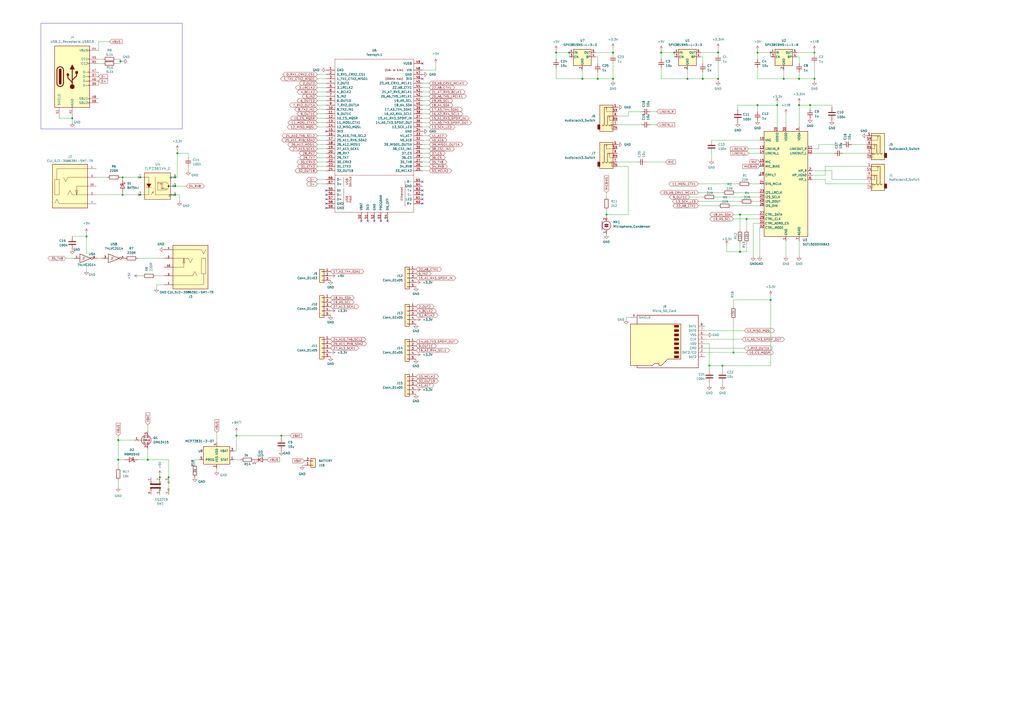
<source format=kicad_sch>
(kicad_sch (version 20231120) (generator "eeschema") (generator_version "8.0")
  (paper "A2")
  (lib_symbols
    (symbol "+5V_1" (power) (pin_numbers hide) (pin_names (offset 0) hide)
      (property "Value" "+5V" (at 0 3.556 0))
      (symbol "+5V_1_1_1"
        (pin power_in line (at 0 0 90) (length 0) (name "~") (number "1"))
      )
    )
    (symbol "2023-10-22_10-01-06:TLP2361V4_E" (pin_names (offset 0.254))
      (property "Reference" "U3" (at 7.62 5.08 0))
      (property "Value" "TLP2361V4_E" (at 7.62 2.54 0))
      (symbol "TLP2361V4_E_0_1"
        (pin unspecified line (at -2.5146 -2.54 180) (length 0.0254) (name "1") (number "1"))
        (pin unspecified line (at -2.5146 -12.7 180) (length 0.0254) (name "3") (number "3"))
        (pin output line (at 17.8054 -7.62 180) (length 0.0254) (name "5") (number "5"))
      )
      (symbol "TLP2361V4_E_1_1"
        (pin power_out line (at 17.8054 -12.7 180) (length 0.0254) (name "gnd") (number "4"))
        (pin unspecified line (at 17.8054 -2.54 180) (length 0.0254) (name "vcc") (number "6"))
      )
    )
    (symbol "74xGxx:74LVC2G14" (pin_names (offset 1.016))
      (property "Reference" "U" (at -2.54 3.81 0))
      (property "Value" "74LVC2G14" (at 0 -3.81 0))
      (symbol "74LVC2G14_0_1"
        (pin power_in line (at 0 -2.54 270) (length 0) hide (name "GND") (number "2"))
        (pin power_in line (at 0 2.54 90) (length 0) hide (name "VCC") (number "5"))
      )
      (symbol "74LVC2G14_1_1"
        (pin input line (at -7.62 0 0) (length 3.81) (name "~") (number "1"))
        (pin output inverted (at 6.35 0 180) (length 3.81) (name "~") (number "6"))
      )
      (symbol "74LVC2G14_2_1"
        (pin input line (at -7.62 0 0) (length 3.81) (name "~") (number "3"))
        (pin output inverted (at 6.35 0 180) (length 3.81) (name "~") (number "4"))
      )
    )
    (symbol "Audio:SGTL5000XNAA3"
      (property "Reference" "U" (at 0 0 0))
      (property "Value" "SGTL5000XNAA3" (at -7.62 -31.75 0))
      (symbol "SGTL5000XNAA3_1_1"
        (pin power_in line (at 0 -33.02 90) (length 2.54) (name "GND") (number "1"))
        (pin passive line (at -15.24 25.4 0) (length 2.54) (name "VAG") (number "10"))
        (pin output line (at 15.24 20.32 180) (length 2.54) (name "LINEOUT_R") (number "11"))
        (pin output line (at 15.24 17.78 180) (length 2.54) (name "LINEOUT_L") (number "12"))
        (pin input line (at -15.24 20.32 0) (length 2.54) (name "LINEIN_R") (number "13"))
        (pin input line (at -15.24 17.78 0) (length 2.54) (name "LINEIN_L") (number "14"))
        (pin input line (at -15.24 12.7 0) (length 2.54) (name "MIC") (number "15"))
        (pin input line (at -15.24 10.16 0) (length 2.54) (name "MIC_BIAS") (number "16"))
        (pin no_connect line (at 10.16 -20.32 0) (length 2.54) hide (name "NC") (number "17"))
        (pin input line (at -15.24 5.08 0) (length 2.54) (name "CPFILT") (number "18"))
        (pin no_connect line (at 10.16 -2.54 0) (length 2.54) hide (name "NC") (number "19"))
        (pin output line (at 15.24 7.62 180) (length 2.54) (name "HP_R") (number "2"))
        (pin power_in line (at -5.08 33.02 270) (length 2.54) (name "VDDIO") (number "20"))
        (pin input line (at -15.24 0 0) (length 2.54) (name "SYS_MCLK") (number "21"))
        (pin no_connect line (at 10.16 -5.08 0) (length 2.54) hide (name "NC") (number "22"))
        (pin input line (at -15.24 -5.08 0) (length 2.54) (name "I2S_LRCLK") (number "23"))
        (pin input line (at -15.24 -7.62 0) (length 2.54) (name "I2S_SCLK") (number "24"))
        (pin output line (at -15.24 -10.16 0) (length 2.54) (name "I2S_DOUT") (number "25"))
        (pin input line (at -15.24 -12.7 0) (length 2.54) (name "I2S_DIN") (number "26"))
        (pin input line (at -15.24 -17.78 0) (length 2.54) (name "CTRL_DATA") (number "27"))
        (pin no_connect line (at 10.16 -7.62 0) (length 2.54) hide (name "NC") (number "28"))
        (pin input line (at -15.24 -20.32 0) (length 2.54) (name "CTRL_CLK") (number "29"))
        (pin passive line (at 0 -33.02 90) (length 2.54) hide (name "GND") (number "3"))
        (pin power_in line (at 0 33.02 270) (length 2.54) (name "VDDD") (number "30"))
        (pin input line (at -15.24 -22.86 0) (length 2.54) (name "CTRL_ADR0_CS") (number "31"))
        (pin input line (at -15.24 -25.4 0) (length 2.54) (name "CTRL_MODE") (number "32"))
        (pin passive line (at 0 -33.02 90) (length 2.54) hide (name "GND") (number "33"))
        (pin power_out line (at 15.24 5.08 180) (length 2.54) (name "HP_VGND") (number "4"))
        (pin power_in line (at 7.62 33.02 270) (length 2.54) (name "VDDA") (number "5"))
        (pin output line (at 15.24 2.54 180) (length 2.54) (name "HP_L") (number "6"))
        (pin power_in line (at 7.62 -33.02 90) (length 2.54) (name "AGND") (number "7"))
        (pin no_connect line (at 10.16 -15.24 0) (length 2.54) hide (name "NC") (number "8"))
        (pin no_connect line (at 10.16 -17.78 0) (length 2.54) hide (name "NC") (number "9"))
      )
    )
    (symbol "Battery_Management:MCP73831-3-OT" (pin_names (offset 1.016))
      (property "Reference" "U" (at -7.62 6.35 0))
      (property "Value" "MCP73831-3-OT" (at 1.27 6.35 0))
      (symbol "MCP73831-3-OT_1_1"
        (pin output line (at 10.16 -2.54 180) (length 2.54) (name "STAT") (number "1"))
        (pin power_in line (at 0 -7.62 90) (length 2.54) (name "VSS") (number "2"))
        (pin power_out line (at 10.16 2.54 180) (length 2.54) (name "VBAT") (number "3"))
        (pin power_in line (at 0 7.62 270) (length 2.54) (name "VDD") (number "4"))
        (pin input line (at -10.16 -2.54 0) (length 2.54) (name "PROG") (number "5"))
      )
    )
    (symbol "Connector:Micro_SD_Card" (pin_names (offset 1.016))
      (property "Reference" "J" (at -16.51 15.24 0))
      (property "Value" "Micro_SD_Card" (at 16.51 15.24 0))
      (symbol "Micro_SD_Card_1_1"
        (pin bidirectional line (at -22.86 7.62 0) (length 3.81) (name "DAT2") (number "1"))
        (pin bidirectional line (at -22.86 5.08 0) (length 3.81) (name "DAT3/CD") (number "2"))
        (pin input line (at -22.86 2.54 0) (length 3.81) (name "CMD") (number "3"))
        (pin power_in line (at -22.86 0 0) (length 3.81) (name "VDD") (number "4"))
        (pin input line (at -22.86 -2.54 0) (length 3.81) (name "CLK") (number "5"))
        (pin power_in line (at -22.86 -5.08 0) (length 3.81) (name "VSS") (number "6"))
        (pin bidirectional line (at -22.86 -7.62 0) (length 3.81) (name "DAT0") (number "7"))
        (pin bidirectional line (at -22.86 -10.16 0) (length 3.81) (name "DAT1") (number "8"))
        (pin passive line (at 20.32 -15.24 180) (length 3.81) (name "SHIELD") (number "9"))
      )
    )
    (symbol "Connector:USB_C_Receptacle_USB2.0" (pin_names (offset 1.016))
      (property "Reference" "J" (at -10.16 19.05 0))
      (property "Value" "USB_C_Receptacle_USB2.0" (at 19.05 19.05 0))
      (symbol "USB_C_Receptacle_USB2.0_1_1"
        (pin passive line (at 0 -22.86 90) (length 5.08) (name "GND") (number "A1"))
        (pin passive line (at 0 -22.86 90) (length 5.08) hide (name "GND") (number "A12"))
        (pin passive line (at 15.24 15.24 180) (length 5.08) (name "VBUS") (number "A4"))
        (pin bidirectional line (at 15.24 10.16 180) (length 5.08) (name "CC1") (number "A5"))
        (pin bidirectional line (at 15.24 -2.54 180) (length 5.08) (name "D+") (number "A6"))
        (pin bidirectional line (at 15.24 2.54 180) (length 5.08) (name "D-") (number "A7"))
        (pin bidirectional line (at 15.24 -12.7 180) (length 5.08) (name "SBU1") (number "A8"))
        (pin passive line (at 15.24 15.24 180) (length 5.08) hide (name "VBUS") (number "A9"))
        (pin passive line (at 0 -22.86 90) (length 5.08) hide (name "GND") (number "B1"))
        (pin passive line (at 0 -22.86 90) (length 5.08) hide (name "GND") (number "B12"))
        (pin passive line (at 15.24 15.24 180) (length 5.08) hide (name "VBUS") (number "B4"))
        (pin bidirectional line (at 15.24 7.62 180) (length 5.08) (name "CC2") (number "B5"))
        (pin bidirectional line (at 15.24 -5.08 180) (length 5.08) (name "D+") (number "B6"))
        (pin bidirectional line (at 15.24 0 180) (length 5.08) (name "D-") (number "B7"))
        (pin bidirectional line (at 15.24 -15.24 180) (length 5.08) (name "SBU2") (number "B8"))
        (pin passive line (at 15.24 15.24 180) (length 5.08) hide (name "VBUS") (number "B9"))
        (pin passive line (at -7.62 -22.86 90) (length 5.08) (name "SHIELD") (number "S1"))
      )
    )
    (symbol "Connector_Audio:AudioJack3_Switch"
      (property "Reference" "J" (at 0 11.43 0))
      (property "Value" "AudioJack3_Switch" (at 0 8.89 0))
      (symbol "AudioJack3_Switch_1_1"
        (pin passive line (at 5.08 0 180) (length 2.54) (name "~") (number "R"))
        (pin passive line (at 5.08 -2.54 180) (length 2.54) (name "~") (number "RN"))
        (pin passive line (at 5.08 5.08 180) (length 2.54) (name "~") (number "S"))
        (pin passive line (at 5.08 2.54 180) (length 2.54) (name "~") (number "SN"))
        (pin passive line (at 5.08 -5.08 180) (length 2.54) (name "~") (number "T"))
        (pin passive line (at 5.08 -7.62 180) (length 2.54) (name "~") (number "TN"))
      )
    )
    (symbol "Connector_Generic:Conn_01x02" (pin_names (offset 1.016) hide)
      (property "Reference" "J" (at 0 2.54 0))
      (property "Value" "Conn_01x02" (at 0 -5.08 0))
      (symbol "Conn_01x02_1_1"
        (pin passive line (at -5.08 0 0) (length 3.81) (name "Pin_1") (number "1"))
        (pin passive line (at -5.08 -2.54 0) (length 3.81) (name "Pin_2") (number "2"))
      )
    )
    (symbol "Connector_Generic:Conn_01x03" (pin_names (offset 1.016) hide)
      (property "Reference" "J" (at 0 5.08 0))
      (property "Value" "Conn_01x03" (at 0 -5.08 0))
      (symbol "Conn_01x03_1_1"
        (pin passive line (at -5.08 2.54 0) (length 3.81) (name "Pin_1") (number "1"))
        (pin passive line (at -5.08 0 0) (length 3.81) (name "Pin_2") (number "2"))
        (pin passive line (at -5.08 -2.54 0) (length 3.81) (name "Pin_3") (number "3"))
      )
    )
    (symbol "Connector_Generic:Conn_01x05" (pin_names (offset 1.016) hide)
      (property "Reference" "J" (at 0 7.62 0))
      (property "Value" "Conn_01x05" (at 0 -7.62 0))
      (symbol "Conn_01x05_1_1"
        (pin passive line (at -5.08 5.08 0) (length 3.81) (name "Pin_1") (number "1"))
        (pin passive line (at -5.08 2.54 0) (length 3.81) (name "Pin_2") (number "2"))
        (pin passive line (at -5.08 0 0) (length 3.81) (name "Pin_3") (number "3"))
        (pin passive line (at -5.08 -2.54 0) (length 3.81) (name "Pin_4") (number "4"))
        (pin passive line (at -5.08 -5.08 0) (length 3.81) (name "Pin_5") (number "5"))
      )
    )
    (symbol "Device:C" (pin_numbers hide) (pin_names (offset 0.254))
      (property "Reference" "C" (at 0.635 2.54 0))
      (property "Value" "C" (at 0.635 -2.54 0))
      (symbol "C_1_1"
        (pin passive line (at 0 3.81 270) (length 2.794) (name "~") (number "1"))
        (pin passive line (at 0 -3.81 90) (length 2.794) (name "~") (number "2"))
      )
    )
    (symbol "Device:C_Small" (pin_numbers hide) (pin_names (offset 0.254) hide)
      (property "Reference" "C" (at 0.254 1.778 0))
      (property "Value" "C_Small" (at 0.254 -2.032 0))
      (symbol "C_Small_1_1"
        (pin passive line (at 0 2.54 270) (length 2.032) (name "~") (number "1"))
        (pin passive line (at 0 -2.54 90) (length 2.032) (name "~") (number "2"))
      )
    )
    (symbol "Device:LED" (pin_numbers hide) (pin_names (offset 1.016) hide)
      (property "Reference" "D" (at 0 2.54 0))
      (property "Value" "LED" (at 0 -2.54 0))
      (symbol "LED_1_1"
        (pin passive line (at -3.81 0 0) (length 2.54) (name "K") (number "1"))
        (pin passive line (at 3.81 0 180) (length 2.54) (name "A") (number "2"))
      )
    )
    (symbol "Device:Microphone_Condenser" (pin_names (offset 0.0254) hide)
      (property "Reference" "MK" (at -3.302 1.27 0))
      (property "Value" "Microphone_Condenser" (at -3.302 -0.635 0))
      (symbol "Microphone_Condenser_1_1"
        (pin passive line (at 0 -5.08 90) (length 2.54) (name "-") (number "1"))
        (pin passive line (at 0 5.08 270) (length 2.54) (name "+") (number "2"))
      )
    )
    (symbol "Device:Q_PMOS_GSD" (pin_names (offset 0) hide)
      (property "Reference" "Q" (at 5.08 1.27 0))
      (property "Value" "Q_PMOS_GSD" (at 5.08 -1.27 0))
      (symbol "Q_PMOS_GSD_1_1"
        (pin input line (at -5.08 0 0) (length 2.54) (name "G") (number "1"))
        (pin passive line (at 2.54 -5.08 90) (length 2.54) (name "S") (number "2"))
        (pin passive line (at 2.54 5.08 270) (length 2.54) (name "D") (number "3"))
      )
    )
    (symbol "Device:R" (pin_numbers hide) (pin_names (offset 0))
      (property "Reference" "R" (at 2.032 0 90))
      (property "Value" "R" (at 0 0 90))
      (symbol "R_1_1"
        (pin passive line (at 0 3.81 270) (length 1.27) (name "~") (number "1"))
        (pin passive line (at 0 -3.81 90) (length 1.27) (name "~") (number "2"))
      )
    )
    (symbol "Diode:BAT54J" (pin_numbers hide) (pin_names (offset 1.016) hide)
      (property "Reference" "D" (at 0 2.54 0))
      (property "Value" "BAT54J" (at 0 -2.54 0))
      (symbol "BAT54J_1_1"
        (pin passive line (at -3.81 0 0) (length 2.54) (name "K") (number "1"))
        (pin passive line (at 3.81 0 180) (length 2.54) (name "A") (number "2"))
      )
    )
    (symbol "Diode:MBR0540" (pin_numbers hide) (pin_names (offset 1.016) hide)
      (property "Reference" "D" (at 0 2.54 0))
      (property "Value" "MBR0540" (at 0 -2.54 0))
      (symbol "MBR0540_1_1"
        (pin passive line (at -3.81 0 0) (length 2.54) (name "K") (number "1"))
        (pin passive line (at 3.81 0 180) (length 2.54) (name "A") (number "2"))
      )
    )
    (symbol "New_Library:SJ2-35863B1-SMT-TR" (pin_names (offset 1.016) hide)
      (property "Reference" "J" (at -10.16 12.7254 0))
      (property "Value" "SJ2-35863B1-SMT-TR" (at -10.16 -15.2654 0))
      (symbol "SJ2-35863B1-SMT-TR_0_0"
        (pin passive line (at 15.24 10.16 180) (length 5.08) (name "~") (number "1"))
        (pin passive line (at 15.24 0 180) (length 5.08) (name "~") (number "10"))
        (pin passive line (at 15.24 -5.08 180) (length 5.08) (name "~") (number "2"))
        (pin passive line (at 15.24 5.08 180) (length 5.08) (name "~") (number "3"))
        (pin passive line (at 15.24 -10.16 180) (length 5.08) (name "~") (number "4"))
      )
    )
    (symbol "Regulator_Linear:SPX3819M5-L-3-3" (pin_names (offset 0.254))
      (property "Reference" "U" (at -3.81 5.715 0))
      (property "Value" "SPX3819M5-L-3-3" (at 0 5.715 0))
      (symbol "SPX3819M5-L-3-3_1_1"
        (pin power_in line (at -7.62 2.54 0) (length 2.54) (name "IN") (number "1"))
        (pin power_in line (at 0 -7.62 90) (length 2.54) (name "GND") (number "2"))
        (pin input line (at -7.62 0 0) (length 2.54) (name "EN") (number "3"))
        (pin input line (at 7.62 0 180) (length 2.54) (name "BP") (number "4"))
        (pin power_out line (at 7.62 2.54 180) (length 2.54) (name "OUT") (number "5"))
      )
    )
    (symbol "Switch:SW_Slide_DPDT" (pin_names (offset 0) hide)
      (property "Reference" "SW" (at 0 6.858 0))
      (property "Value" "SW_Slide_DPDT" (at 0 -8.128 0))
      (symbol "SW_Slide_DPDT_1_1"
        (pin passive line (at -5.08 5.08 0) (length 2.54) (name "A") (number "1"))
        (pin passive line (at -5.08 0 0) (length 2.54) (name "B") (number "2"))
        (pin passive line (at -5.08 -5.08 0) (length 2.54) (name "C") (number "3"))
        (pin passive line (at 5.08 -5.08 180) (length 2.54) (name "A") (number "4"))
        (pin passive line (at 5.08 0 180) (length 2.54) (name "B") (number "5"))
        (pin passive line (at 5.08 5.08 180) (length 2.54) (name "C") (number "6"))
      )
    )
    (symbol "power:+1V8" (power) (pin_numbers hide) (pin_names (offset 0) hide)
      (property "Value" "+1V8" (at 0 3.556 0))
      (symbol "+1V8_1_1"
        (pin power_in line (at 0 0 90) (length 0) (name "~") (number "1"))
      )
    )
    (symbol "power:+3.3V" (power) (pin_names (offset 0))
      (property "Value" "+3.3V" (at 0 3.556 0))
      (symbol "+3.3V_1_1"
        (pin power_in line (at 0 0 90) (length 0) hide (name "+3.3V") (number "1"))
      )
    )
    (symbol "power:+3.3VA" (power) (pin_numbers hide) (pin_names (offset 0) hide)
      (property "Value" "+3.3VA" (at 0 3.556 0))
      (symbol "+3.3VA_1_1"
        (pin power_in line (at 0 0 90) (length 0) (name "~") (number "1"))
      )
    )
    (symbol "power:+5V" (power) (pin_names (offset 0))
      (property "Value" "+5V" (at 0 3.556 0))
      (symbol "+5V_1_1"
        (pin power_in line (at 0 0 90) (length 0) hide (name "+5V") (number "1"))
      )
    )
    (symbol "power:+BATT" (power) (pin_names (offset 0))
      (property "Value" "+BATT" (at 0 3.556 0))
      (symbol "+BATT_1_1"
        (pin power_in line (at 0 0 90) (length 0) hide (name "+BATT") (number "1"))
      )
    )
    (symbol "power:GND" (power) (pin_names (offset 0))
      (property "Value" "GND" (at 0 -3.81 0))
      (symbol "GND_1_1"
        (pin power_in line (at 0 0 270) (length 0) hide (name "GND") (number "1"))
      )
    )
    (symbol "teensy:Teensy4.1" (pin_names (offset 1.016))
      (property "Reference" "U" (at 0 64.77 0))
      (property "Value" "Teensy4.1" (at 0 62.23 0))
      (symbol "Teensy4.1_0_0"
        (text "(250mA max)" (at 11.43 49.53 0) (effects (font (size 1.016 1.016))))
        (text "(3.6v to 5.5v)" (at 11.43 54.61 0) (effects (font (size 1.016 1.016))))
        (text "Device" (at -13.97 -10.16 900) (effects (font (size 1.27 1.27))))
        (text "Ethernet" (at 15.875 -17.145 900) (effects (font (size 1.27 1.27))))
        (text "Host" (at -13.97 -20.32 900) (effects (font (size 1.27 1.27))))
        (text "USB" (at -15.875 -20.32 900) (effects (font (size 1.27 1.27))))
        (text "USB" (at -15.875 -10.16 900) (effects (font (size 1.27 1.27))))
        (pin bidirectional line (at -27.94 31.75 0) (length 5.08) (name "8_TX2_IN1") (number "10"))
        (pin bidirectional line (at -27.94 29.21 0) (length 5.08) (name "9_OUT1C") (number "11"))
        (pin bidirectional line (at -27.94 26.67 0) (length 5.08) (name "10_CS_MQSR") (number "12"))
        (pin bidirectional line (at -27.94 24.13 0) (length 5.08) (name "11_MOSI_CTX1") (number "13"))
        (pin bidirectional line (at -27.94 21.59 0) (length 5.08) (name "12_MISO_MQSL") (number "14"))
        (pin power_in line (at -27.94 19.05 0) (length 5.08) (name "3V3") (number "15"))
        (pin bidirectional line (at -27.94 16.51 0) (length 5.08) (name "24_A10_TX6_SCL2") (number "16"))
        (pin bidirectional line (at -27.94 13.97 0) (length 5.08) (name "25_A11_RX6_SDA2") (number "17"))
        (pin bidirectional line (at -27.94 11.43 0) (length 5.08) (name "26_A12_MOSI1") (number "18"))
        (pin bidirectional line (at -27.94 8.89 0) (length 5.08) (name "27_A13_SCK1") (number "19"))
        (pin bidirectional line (at -27.94 6.35 0) (length 5.08) (name "28_RX7") (number "20"))
        (pin bidirectional line (at -27.94 3.81 0) (length 5.08) (name "29_TX7") (number "21"))
        (pin bidirectional line (at -27.94 1.27 0) (length 5.08) (name "30_CRX3") (number "22"))
        (pin bidirectional line (at -27.94 -1.27 0) (length 5.08) (name "31_CTX3") (number "23"))
        (pin bidirectional line (at -27.94 -3.81 0) (length 5.08) (name "32_OUT1B") (number "24"))
        (pin bidirectional line (at 27.94 -3.81 180) (length 5.08) (name "33_MCLK2") (number "25"))
        (pin bidirectional line (at 27.94 -1.27 180) (length 5.08) (name "34_RX8") (number "26"))
        (pin bidirectional line (at 27.94 1.27 180) (length 5.08) (name "35_TX8") (number "27"))
        (pin bidirectional line (at 27.94 3.81 180) (length 5.08) (name "36_CS") (number "28"))
        (pin bidirectional line (at 27.94 6.35 180) (length 5.08) (name "37_CS") (number "29"))
        (pin bidirectional line (at 27.94 8.89 180) (length 5.08) (name "38_CS1_IN1") (number "30"))
        (pin bidirectional line (at 27.94 11.43 180) (length 5.08) (name "39_MISO1_OUT1A") (number "31"))
        (pin bidirectional line (at 27.94 13.97 180) (length 5.08) (name "40_A16") (number "32"))
        (pin bidirectional line (at 27.94 16.51 180) (length 5.08) (name "41_A17") (number "33"))
        (pin bidirectional line (at 27.94 21.59 180) (length 5.08) (name "13_SCK_LED") (number "35"))
        (pin bidirectional line (at 27.94 24.13 180) (length 5.08) (name "14_A0_TX3_SPDIF_OUT") (number "36"))
        (pin bidirectional line (at 27.94 26.67 180) (length 5.08) (name "15_A1_RX3_SPDIF_IN") (number "37"))
        (pin bidirectional line (at 27.94 29.21 180) (length 5.08) (name "16_A2_RX4_SCL1") (number "38"))
        (pin bidirectional line (at 27.94 31.75 180) (length 5.08) (name "17_A3_TX4_SDA1") (number "39"))
        (pin bidirectional line (at 27.94 34.29 180) (length 5.08) (name "18_A4_SDA") (number "40"))
        (pin bidirectional line (at 27.94 36.83 180) (length 5.08) (name "19_A5_SCL") (number "41"))
        (pin bidirectional line (at 27.94 39.37 180) (length 5.08) (name "20_A6_TX5_LRCLK1") (number "42"))
        (pin bidirectional line (at 27.94 41.91 180) (length 5.08) (name "21_A7_RX5_BCLK1") (number "43"))
        (pin bidirectional line (at 27.94 44.45 180) (length 5.08) (name "22_A8_CTX1") (number "44"))
        (pin bidirectional line (at 27.94 46.99 180) (length 5.08) (name "23_A9_CRX1_MCLK1") (number "45"))
        (pin output line (at 27.94 49.53 180) (length 5.08) (name "3V3") (number "46"))
        (pin output line (at 27.94 52.07 180) (length 5.08) (name "GND") (number "47"))
        (pin power_in line (at 27.94 54.61 180) (length 5.08) (name "VIN") (number "48"))
        (pin power_out line (at 27.94 58.42 180) (length 5.08) (name "VUSB") (number "49"))
        (pin bidirectional line (at -27.94 44.45 0) (length 5.08) (name "3_LRCLK2") (number "5"))
        (pin power_in line (at -7.62 -33.02 90) (length 5.08) (name "VBAT") (number "50"))
        (pin power_in line (at -3.81 -33.02 90) (length 5.08) (name "3V3") (number "51"))
        (pin input line (at 0 -33.02 90) (length 5.08) (name "GND") (number "52"))
        (pin input line (at 3.81 -33.02 90) (length 5.08) (name "PROGRAM") (number "53"))
        (pin input line (at 7.62 -33.02 90) (length 5.08) (name "ON_OFF") (number "54"))
        (pin power_out line (at -27.94 -15.24 0) (length 5.08) (name "5V") (number "55"))
        (pin bidirectional line (at -27.94 -17.78 0) (length 5.08) (name "D-") (number "56"))
        (pin bidirectional line (at -27.94 -20.32 0) (length 5.08) (name "D+") (number "57"))
        (pin power_in line (at -27.94 -22.86 0) (length 5.08) (name "GND") (number "58"))
        (pin power_in line (at -27.94 -25.4 0) (length 5.08) (name "GND") (number "59"))
        (pin bidirectional line (at -27.94 41.91 0) (length 5.08) (name "4_BCLK2") (number "6"))
        (pin bidirectional line (at 27.94 -22.86 180) (length 5.08) (name "R+") (number "60"))
        (pin bidirectional line (at 27.94 -20.32 180) (length 5.08) (name "LED") (number "61"))
        (pin bidirectional line (at 27.94 -17.78 180) (length 5.08) (name "T-") (number "62"))
        (pin bidirectional line (at 27.94 -15.24 180) (length 5.08) (name "T+") (number "63"))
        (pin power_in line (at 27.94 -12.7 180) (length 5.08) (name "GND") (number "64"))
        (pin bidirectional line (at 27.94 -10.16 180) (length 5.08) (name "R-") (number "65"))
        (pin bidirectional line (at -27.94 -8.89 0) (length 5.08) (name "D-") (number "66"))
        (pin bidirectional line (at -27.94 -11.43 0) (length 5.08) (name "D+") (number "67"))
        (pin bidirectional line (at -27.94 39.37 0) (length 5.08) (name "5_IN2") (number "7"))
        (pin bidirectional line (at -27.94 36.83 0) (length 5.08) (name "6_OUT1D") (number "8"))
        (pin bidirectional line (at -27.94 34.29 0) (length 5.08) (name "7_RX2_OUT1A") (number "9"))
      )
      (symbol "Teensy4.1_1_1"
        (pin power_in line (at -27.94 54.61 0) (length 5.08) (name "GND") (number "1"))
        (pin bidirectional line (at -27.94 52.07 0) (length 5.08) (name "0_RX1_CRX2_CS1") (number "2"))
        (pin bidirectional line (at -27.94 49.53 0) (length 5.08) (name "1_TX1_CTX2_MISO1") (number "3"))
        (pin power_in line (at 27.94 19.05 180) (length 5.08) (name "GND") (number "34"))
        (pin bidirectional line (at -27.94 46.99 0) (length 5.08) (name "2_OUT2") (number "4"))
      )
    )
  )
  (junction (at 469.9 60.96))
  (junction (at 81.3054 102.87))
  (junction (at 101.6254 113.03))
  (junction (at 391.16 30.48))
  (junction (at 439.42 60.96))
  (junction (at 50.165 137.16))
  (junction (at 337.82 45.72))
  (junction (at 429.26 124.46))
  (junction (at 450.85 60.96))
  (junction (at 472.44 30.48))
  (junction (at 97.79 276.86))
  (junction (at 454.66 45.72))
  (junction (at 101.6254 107.95))
  (junction (at 463.55 60.96))
  (junction (at 322.58 30.48))
  (junction (at 447.04 30.48))
  (junction (at 137.16 252.73))
  (junction (at 419.1 212.09))
  (junction (at 416.56 30.48))
  (junction (at 407.67 45.72))
  (junction (at 439.42 30.48))
  (junction (at 355.6 45.72))
  (junction (at 425.45 204.47))
  (junction (at 68.58 255.27))
  (junction (at 463.55 45.72))
  (junction (at 101.6254 102.87))
  (junction (at 351.79 124.46))
  (junction (at 330.2 30.48))
  (junction (at 92.71 276.86))
  (junction (at 398.78 45.72))
  (junction (at 163.195 252.73))
  (junction (at 429.26 146.05))
  (junction (at 447.04 173.99))
  (junction (at 69.85 35.56))
  (junction (at 102.87 88.9))
  (junction (at 355.6 30.48))
  (junction (at 346.71 45.72))
  (junction (at 416.56 45.72))
  (junction (at 68.58 266.7))
  (junction (at 411.48 212.09))
  (junction (at 41.91 68.58))
  (junction (at 71.12 113.03))
  (junction (at 81.3054 113.03))
  (junction (at 71.12 102.87))
  (junction (at 472.44 45.72))
  (junction (at 433.07 127))
  (junction (at 383.54 30.48))
  (junction (at 85.725 266.7))
  (no_connect (at 245.11 113.03))
  (no_connect (at 189.23 118.11))
  (no_connect (at 189.23 113.03))
  (no_connect (at 245.11 110.49))
  (no_connect (at 209.55 128.27))
  (no_connect (at 189.23 76.2))
  (no_connect (at 217.17 128.27))
  (no_connect (at 213.36 128.27))
  (no_connect (at 220.98 128.27))
  (no_connect (at 440.69 101.6))
  (no_connect (at 245.11 105.41))
  (no_connect (at 245.11 45.72))
  (no_connect (at 245.11 118.11))
  (no_connect (at 189.23 120.65))
  (no_connect (at 245.11 115.57))
  (no_connect (at 245.11 36.83))
  (no_connect (at 189.23 115.57))
  (no_connect (at 224.79 128.27))
  (no_connect (at 189.23 110.49))
  (wire (pts (xy 471.17 86.36) (xy 474.98 86.36)))
  (wire (pts (xy 447.04 30.48) (xy 447.04 33.02)))
  (wire (pts (xy 330.2 30.48) (xy 330.2 33.02)))
  (wire (pts (xy 135.89 266.7) (xy 139.7 266.7)))
  (wire (pts (xy 113.03 269.24) (xy 113.03 266.7)))
  (wire (pts (xy 248.92 73.66) (xy 245.11 73.66)))
  (wire (pts (xy 59.055 149.86) (xy 56.515 149.86)))
  (wire (pts (xy 137.16 261.62) (xy 137.16 252.73)))
  (wire (pts (xy 469.9 60.96) (xy 463.55 60.96)))
  (wire (pts (xy 68.58 255.27) (xy 68.58 266.7)))
  (wire (pts (xy 81.3054 113.03) (xy 82.55 113.03)))
  (wire (pts (xy 184.15 88.9) (xy 189.23 88.9)))
  (wire (pts (xy 391.16 30.48) (xy 391.16 33.02)))
  (wire (pts (xy 71.12 102.87) (xy 71.12 104.14)))
  (wire (pts (xy 472.44 29.21) (xy 472.44 30.48)))
  (wire (pts (xy 383.54 30.48) (xy 383.54 34.29)))
  (wire (pts (xy 358.14 72.39) (xy 372.11 72.39)))
  (wire (pts (xy 463.55 45.72) (xy 472.44 45.72)))
  (wire (pts (xy 346.71 33.02) (xy 345.44 33.02)))
  (wire (pts (xy 408.94 199.39) (xy 411.48 199.39)))
  (wire (pts (xy 252.73 40.64) (xy 245.11 40.64)))
  (wire (pts (xy 57.15 24.13) (xy 63.5 24.13)))
  (wire (pts (xy 248.92 48.26) (xy 245.11 48.26)))
  (wire (pts (xy 72.39 149.86) (xy 73.025 149.86)))
  (wire (pts (xy 69.85 35.56) (xy 71.12 35.56)))
  (wire (pts (xy 248.92 68.58) (xy 245.11 68.58)))
  (wire (pts (xy 462.28 30.48) (xy 472.44 30.48)))
  (wire (pts (xy 109.22 99.06) (xy 109.22 96.52)))
  (wire (pts (xy 447.04 171.45) (xy 447.04 173.99)))
  (wire (pts (xy 184.15 96.52) (xy 189.23 96.52)))
  (wire (pts (xy 355.6 46.99) (xy 355.6 45.72)))
  (wire (pts (xy 472.44 30.48) (xy 472.44 31.75)))
  (wire (pts (xy 463.55 59.69) (xy 463.55 60.96)))
  (wire (pts (xy 425.45 127) (xy 433.07 127)))
  (wire (pts (xy 78.105 255.27) (xy 68.58 255.27)))
  (wire (pts (xy 184.15 60.96) (xy 189.23 60.96)))
  (wire (pts (xy 429.26 124.46) (xy 440.69 124.46)))
  (wire (pts (xy 482.6 104.14) (xy 502.92 104.14)))
  (wire (pts (xy 71.12 113.03) (xy 71.12 111.76)))
  (wire (pts (xy 400.05 114.3) (xy 407.67 114.3)))
  (wire (pts (xy 184.15 50.8) (xy 189.23 50.8)))
  (wire (pts (xy 471.17 99.06) (xy 482.6 99.06)))
  (wire (pts (xy 184.15 71.12) (xy 189.23 71.12)))
  (wire (pts (xy 433.07 127) (xy 440.69 127)))
  (wire (pts (xy 248.92 71.12) (xy 245.11 71.12)))
  (wire (pts (xy 248.92 91.44) (xy 245.11 91.44)))
  (wire (pts (xy 97.79 266.7) (xy 97.79 276.86)))
  (wire (pts (xy 184.15 43.18) (xy 189.23 43.18)))
  (wire (pts (xy 419.1 212.09) (xy 419.1 214.63)))
  (wire (pts (xy 454.66 40.64) (xy 454.66 45.72)))
  (wire (pts (xy 405.13 119.38) (xy 416.56 119.38)))
  (wire (pts (xy 419.1 212.09) (xy 447.04 212.09)))
  (wire (pts (xy 440.69 132.08) (xy 440.69 148.59)))
  (wire (pts (xy 137.16 252.73) (xy 163.195 252.73)))
  (wire (pts (xy 407.67 45.72) (xy 416.56 45.72)))
  (wire (pts (xy 358.14 96.52) (xy 364.49 96.52)))
  (wire (pts (xy 184.15 68.58) (xy 189.23 68.58)))
  (wire (pts (xy 322.58 39.37) (xy 322.58 45.72)))
  (wire (pts (xy 405.13 111.76) (xy 419.1 111.76)))
  (wire (pts (xy 429.26 133.35) (xy 429.26 124.46)))
  (wire (pts (xy 358.14 67.31) (xy 364.49 67.31)))
  (wire (pts (xy 248.92 55.88) (xy 245.11 55.88)))
  (wire (pts (xy 71.12 102.87) (xy 69.85 102.87)))
  (wire (pts (xy 365.76 184.15) (xy 363.22 184.15)))
  (wire (pts (xy 439.42 60.96) (xy 450.85 60.96)))
  (wire (pts (xy 322.58 45.72) (xy 337.82 45.72)))
  (wire (pts (xy 101.6254 113.03) (xy 104.14 113.03)))
  (wire (pts (xy 472.44 46.99) (xy 472.44 45.72)))
  (wire (pts (xy 71.12 102.87) (xy 81.3054 102.87)))
  (wire (pts (xy 184.15 73.66) (xy 189.23 73.66)))
  (wire (pts (xy 184.15 48.26) (xy 189.23 48.26)))
  (wire (pts (xy 68.58 266.7) (xy 68.58 271.145)))
  (wire (pts (xy 80.645 160.02) (xy 82.55 160.02)))
  (wire (pts (xy 494.03 83.82) (xy 502.92 83.82)))
  (wire (pts (xy 412.75 81.28) (xy 440.69 81.28)))
  (wire (pts (xy 478.79 96.52) (xy 478.79 101.6)))
  (wire (pts (xy 34.29 67.31) (xy 34.29 68.58)))
  (wire (pts (xy 439.42 30.48) (xy 447.04 30.48)))
  (wire (pts (xy 455.93 139.7) (xy 455.93 148.59)))
  (wire (pts (xy 184.15 91.44) (xy 189.23 91.44)))
  (wire (pts (xy 99.06 107.95) (xy 101.6254 107.95)))
  (wire (pts (xy 478.79 106.68) (xy 502.92 106.68)))
  (wire (pts (xy 248.92 93.98) (xy 245.11 93.98)))
  (wire (pts (xy 415.29 114.3) (xy 440.69 114.3)))
  (wire (pts (xy 469.9 63.5) (xy 469.9 60.96)))
  (wire (pts (xy 248.92 96.52) (xy 245.11 96.52)))
  (wire (pts (xy 248.92 66.04) (xy 245.11 66.04)))
  (wire (pts (xy 425.45 173.99) (xy 425.45 177.8)))
  (wire (pts (xy 41.91 68.58) (xy 41.91 71.12)))
  (wire (pts (xy 68.58 282.575) (xy 68.58 278.765)))
  (wire (pts (xy 381 72.39) (xy 377.19 72.39)))
  (wire (pts (xy 502.92 96.52) (xy 478.79 96.52)))
  (wire (pts (xy 386.08 93.98) (xy 374.65 93.98)))
  (wire (pts (xy 248.92 53.34) (xy 245.11 53.34)))
  (wire (pts (xy 184.15 58.42) (xy 189.23 58.42)))
  (wire (pts (xy 434.34 88.9) (xy 440.69 88.9)))
  (wire (pts (xy 482.6 99.06) (xy 482.6 104.14)))
  (wire (pts (xy 68.58 252.73) (xy 68.58 255.27)))
  (wire (pts (xy 351.79 111.76) (xy 351.79 114.3)))
  (wire (pts (xy 381 64.77) (xy 377.19 64.77)))
  (wire (pts (xy 69.85 36.83) (xy 67.31 36.83)))
  (wire (pts (xy 398.78 45.72) (xy 407.67 45.72)))
  (wire (pts (xy 398.78 40.64) (xy 398.78 45.72)))
  (wire (pts (xy 109.22 91.44) (xy 109.22 88.9)))
  (wire (pts (xy 355.6 27.94) (xy 355.6 30.48)))
  (wire (pts (xy 345.44 30.48) (xy 355.6 30.48)))
  (wire (pts (xy 482.6 62.23) (xy 482.6 60.96)))
  (wire (pts (xy 57.15 46.99) (xy 57.15 49.53)))
  (wire (pts (xy 411.48 199.39) (xy 411.48 212.09)))
  (wire (pts (xy 97.79 276.86) (xy 97.79 287.02)))
  (wire (pts (xy 425.45 204.47) (xy 433.07 204.47)))
  (wire (pts (xy 383.54 29.21) (xy 383.54 30.48)))
  (wire (pts (xy 322.58 29.21) (xy 322.58 30.48)))
  (wire (pts (xy 447.04 173.99) (xy 447.04 212.09)))
  (wire (pts (xy 102.87 86.995) (xy 102.87 88.9)))
  (wire (pts (xy 364.49 124.46) (xy 351.79 124.46)))
  (wire (pts (xy 184.15 104.14) (xy 189.23 104.14)))
  (wire (pts (xy 346.71 41.91) (xy 346.71 45.72)))
  (wire (pts (xy 184.15 66.04) (xy 189.23 66.04)))
  (wire (pts (xy 419.1 223.52) (xy 419.1 222.25)))
  (wire (pts (xy 416.56 45.72) (xy 416.56 36.83)))
  (wire (pts (xy 433.07 140.97) (xy 433.07 146.05)))
  (wire (pts (xy 57.15 29.21) (xy 57.15 24.13)))
  (wire (pts (xy 351.79 125.73) (xy 351.79 124.46)))
  (wire (pts (xy 38.1 149.86) (xy 42.545 149.86)))
  (wire (pts (xy 369.57 93.98) (xy 358.14 93.98)))
  (wire (pts (xy 407.67 33.02) (xy 406.4 33.02)))
  (wire (pts (xy 184.15 86.36) (xy 189.23 86.36)))
  (wire (pts (xy 433.07 133.35) (xy 433.07 127)))
  (wire (pts (xy 41.91 67.31) (xy 41.91 68.58)))
  (wire (pts (xy 439.42 39.37) (xy 439.42 45.72)))
  (wire (pts (xy 184.15 45.72) (xy 189.23 45.72)))
  (wire (pts (xy 72.39 266.7) (xy 68.58 266.7)))
  (wire (pts (xy 427.99 60.96) (xy 439.42 60.96)))
  (wire (pts (xy 248.92 58.42) (xy 245.11 58.42)))
  (wire (pts (xy 455.93 66.04) (xy 455.93 73.66)))
  (wire (pts (xy 408.94 191.77) (xy 431.8 191.77)))
  (wire (pts (xy 85.725 260.35) (xy 85.725 266.7)))
  (wire (pts (xy 71.12 113.03) (xy 81.3054 113.03)))
  (wire (pts (xy 95.25 165.1) (xy 90.805 165.1)))
  (wire (pts (xy 450.85 60.96) (xy 450.85 73.66)))
  (wire (pts (xy 337.82 45.72) (xy 346.71 45.72)))
  (wire (pts (xy 439.42 64.77) (xy 439.42 60.96)))
  (wire (pts (xy 474.98 83.82) (xy 488.95 83.82)))
  (wire (pts (xy 408.94 201.93) (xy 431.8 201.93)))
  (wire (pts (xy 99.06 113.03) (xy 101.6254 113.03)))
  (wire (pts (xy 411.48 223.52) (xy 411.48 222.25)))
  (wire (pts (xy 34.29 68.58) (xy 41.91 68.58)))
  (wire (pts (xy 463.55 41.91) (xy 463.55 45.72)))
  (wire (pts (xy 346.71 45.72) (xy 355.6 45.72)))
  (wire (pts (xy 412.75 88.9) (xy 412.75 92.71)))
  (wire (pts (xy 252.73 36.83) (xy 252.73 40.64)))
  (wire (pts (xy 436.88 129.54) (xy 436.88 148.59)))
  (wire (pts (xy 416.56 30.48) (xy 416.56 31.75)))
  (wire (pts (xy 175.26 269.875) (xy 176.53 269.875)))
  (wire (pts (xy 248.92 78.74) (xy 245.11 78.74)))
  (wire (pts (xy 85.725 266.7) (xy 97.79 266.7)))
  (wire (pts (xy 184.15 81.28) (xy 189.23 81.28)))
  (wire (pts (xy 407.67 36.83) (xy 407.67 33.02)))
  (wire (pts (xy 113.03 266.7) (xy 115.57 266.7)))
  (wire (pts (xy 55.88 113.03) (xy 71.12 113.03)))
  (wire (pts (xy 383.54 39.37) (xy 383.54 45.72)))
  (wire (pts (xy 383.54 45.72) (xy 398.78 45.72)))
  (wire (pts (xy 101.6254 102.87) (xy 102.87 102.87)))
  (wire (pts (xy 364.49 67.31) (xy 364.49 64.77)))
  (wire (pts (xy 440.69 129.54) (xy 436.88 129.54)))
  (wire (pts (xy 248.92 60.96) (xy 245.11 60.96)))
  (wire (pts (xy 184.15 55.88) (xy 189.23 55.88)))
  (wire (pts (xy 406.4 30.48) (xy 416.56 30.48)))
  (wire (pts (xy 337.82 40.64) (xy 337.82 45.72)))
  (wire (pts (xy 425.45 124.46) (xy 429.26 124.46)))
  (wire (pts (xy 363.22 184.15) (xy 363.22 185.42)))
  (wire (pts (xy 184.15 93.98) (xy 189.23 93.98)))
  (wire (pts (xy 248.92 99.06) (xy 245.11 99.06)))
  (wire (pts (xy 248.92 83.82) (xy 245.11 83.82)))
  (wire (pts (xy 463.55 36.83) (xy 463.55 33.02)))
  (wire (pts (xy 463.55 60.96) (xy 463.55 73.66)))
  (wire (pts (xy 135.89 261.62) (xy 137.16 261.62)))
  (wire (pts (xy 184.15 99.06) (xy 189.23 99.06)))
  (wire (pts (xy 488.95 88.9) (xy 502.92 88.9)))
  (wire (pts (xy 248.92 81.28) (xy 245.11 81.28)))
  (wire (pts (xy 355.6 45.72) (xy 355.6 36.83)))
  (wire (pts (xy 474.98 86.36) (xy 474.98 83.82)))
  (wire (pts (xy 410.21 194.31) (xy 408.94 194.31)))
  (wire (pts (xy 90.17 160.02) (xy 95.25 160.02)))
  (wire (pts (xy 184.15 63.5) (xy 189.23 63.5)))
  (wire (pts (xy 478.79 101.6) (xy 471.17 101.6)))
  (wire (pts (xy 101.6254 107.95) (xy 107.95 107.95)))
  (wire (pts (xy 439.42 30.48) (xy 439.42 34.29)))
  (wire (pts (xy 463.55 33.02) (xy 462.28 33.02)))
  (wire (pts (xy 137.16 252.73) (xy 137.16 250.825)))
  (wire (pts (xy 383.54 30.48) (xy 391.16 30.48)))
  (wire (pts (xy 454.66 45.72) (xy 463.55 45.72)))
  (wire (pts (xy 436.88 116.84) (xy 440.69 116.84)))
  (wire (pts (xy 425.45 173.99) (xy 447.04 173.99)))
  (wire (pts (xy 471.17 104.14) (xy 478.79 104.14)))
  (wire (pts (xy 450.85 59.69) (xy 450.85 60.96)))
  (wire (pts (xy 104.14 116.84) (xy 104.14 113.03)))
  (wire (pts (xy 405.13 116.84) (xy 429.26 116.84)))
  (wire (pts (xy 90.805 165.1) (xy 90.805 167.005)))
  (wire (pts (xy 67.31 34.29) (xy 69.85 34.29)))
  (wire (pts (xy 471.17 88.9) (xy 483.87 88.9)))
  (wire (pts (xy 416.56 46.99) (xy 416.56 45.72)))
  (wire (pts (xy 439.42 45.72) (xy 454.66 45.72)))
  (wire (pts (xy 109.22 88.9) (xy 102.87 88.9)))
  (wire (pts (xy 364.49 96.52) (xy 364.49 124.46)))
  (wire (pts (xy 427.99 63.5) (xy 427.99 60.96)))
  (wire (pts (xy 439.42 29.21) (xy 439.42 30.48)))
  (wire (pts (xy 57.15 34.29) (xy 59.69 34.29)))
  (wire (pts (xy 351.79 124.46) (xy 351.79 121.92)))
  (wire (pts (xy 425.45 185.42) (xy 425.45 204.47)))
  (wire (pts (xy 322.58 30.48) (xy 322.58 34.29)))
  (wire (pts (xy 424.18 119.38) (xy 440.69 119.38)))
  (wire (pts (xy 463.55 139.7) (xy 463.55 148.59)))
  (wire (pts (xy 411.48 212.09) (xy 419.1 212.09)))
  (wire (pts (xy 248.92 88.9) (xy 245.11 88.9)))
  (wire (pts (xy 184.15 78.74) (xy 189.23 78.74)))
  (wire (pts (xy 408.94 204.47) (xy 425.45 204.47)))
  (wire (pts (xy 416.56 27.94) (xy 416.56 30.48)))
  (wire (pts (xy 429.26 146.05) (xy 421.64 146.05)))
  (wire (pts (xy 184.15 83.82) (xy 189.23 83.82)))
  (wire (pts (xy 57.15 44.45) (xy 57.15 41.91)))
  (wire (pts (xy 346.71 36.83) (xy 346.71 33.02)))
  (wire (pts (xy 92.71 276.86) (xy 92.71 287.02)))
  (wire (pts (xy 184.15 53.34) (xy 189.23 53.34)))
  (wire (pts (xy 69.85 35.56) (xy 69.85 36.83)))
  (wire (pts (xy 57.15 36.83) (xy 59.69 36.83)))
  (wire (pts (xy 125.73 250.825) (xy 125.73 256.54)))
  (wire (pts (xy 426.72 111.76) (xy 440.69 111.76)))
  (wire (pts (xy 50.165 156.845) (xy 50.165 152.4)))
  (wire (pts (xy 421.64 146.05) (xy 421.64 142.24)))
  (wire (pts (xy 355.6 30.48) (xy 355.6 31.75)))
  (wire (pts (xy 433.07 146.05) (xy 429.26 146.05)))
  (wire (pts (xy 55.88 102.87) (xy 62.23 102.87)))
  (wire (pts (xy 248.92 50.8) (xy 245.11 50.8)))
  (wire (pts (xy 100.33 102.87) (xy 101.6254 102.87)))
  (wire (pts (xy 482.6 60.96) (xy 469.9 60.96)))
  (wire (pts (xy 81.3054 102.87) (xy 82.55 102.87)))
  (wire (pts (xy 50.165 137.16) (xy 50.165 147.32)))
  (wire (pts (xy 478.79 104.14) (xy 478.79 106.68)))
  (wire (pts (xy 69.85 34.29) (xy 69.85 35.56)))
  (wire (pts (xy 50.165 135.255) (xy 50.165 137.16)))
  (wire (pts (xy 472.44 45.72) (xy 472.44 36.83)))
  (wire (pts (xy 80.01 149.86) (xy 95.25 149.86)))
  (wire (pts (xy 125.73 273.05) (xy 125.73 271.78)))
  (wire (pts (xy 407.67 41.91) (xy 407.67 45.72)))
  (wire (pts (xy 248.92 63.5) (xy 245.11 63.5)))
  (wire (pts (xy 85.725 246.38) (xy 85.725 250.19)))
  (wire (pts (xy 184.15 106.68) (xy 189.23 106.68)))
  (wire (pts (xy 322.58 30.48) (xy 330.2 30.48)))
  (wire (pts (xy 80.01 266.7) (xy 85.725 266.7)))
  (wire (pts (xy 435.61 106.68) (xy 440.69 106.68)))
  (wire (pts (xy 364.49 64.77) (xy 372.11 64.77)))
  (wire (pts (xy 429.26 140.97) (xy 429.26 146.05)))
  (wire (pts (xy 248.92 86.36) (xy 245.11 86.36)))
  (wire (pts (xy 408.94 196.85) (xy 430.53 196.85)))
  (wire (pts (xy 102.87 88.9) (xy 102.87 102.87)))
  (wire (pts (xy 92.71 275.59) (xy 92.71 276.86)))
  (wire (pts (xy 41.91 137.16) (xy 50.165 137.16)))
  (wire (pts (xy 163.195 252.73) (xy 163.195 254)))
  (wire (pts (xy 405.13 106.68) (xy 427.99 106.68)))
  (wire (pts (xy 434.34 86.36) (xy 440.69 86.36)))
  (wire (pts (xy 163.195 252.73) (xy 168.275 252.73)))
  (wire (pts (xy 411.48 212.09) (xy 411.48 214.63)))
  (rectangle (start 23.749 13.462) (end 105.664 74.803))
  (global_label "11_MOSI_CTX1" (shape bidirectional) (at 405.13 106.68 180) (property "Intersheetrefs" "${INTERSHEET_REFS}" (effects (hide yes))))
  (global_label "22_A8_CTX1" (shape bidirectional) (at 248.92 50.8 0) (property "Intersheetrefs" "${INTERSHEET_REFS}" (effects (hide yes))))
  (global_label "37_CS" (shape bidirectional) (at 248.92 88.9 0) (property "Intersheetrefs" "${INTERSHEET_REFS}" (effects (hide yes))))
  (global_label "25_A11_RX6_SDA2" (shape bidirectional) (at 184.15 81.28 180) (property "Intersheetrefs" "${INTERSHEET_REFS}" (effects (hide yes))))
  (global_label "3_LRCLK2" (shape bidirectional) (at 241.3 182.88 0) (property "Intersheetrefs" "${INTERSHEET_REFS}" (effects (hide yes))))
  (global_label "17_A3_TX4_SDA1" (shape bidirectional) (at 191.77 157.48 0) (property "Intersheetrefs" "${INTERSHEET_REFS}" (effects (hide yes))))
  (global_label "3_LRCLK2" (shape bidirectional) (at 184.15 50.8 180) (property "Intersheetrefs" "${INTERSHEET_REFS}" (effects (hide yes))))
  (global_label "5_IN2" (shape bidirectional) (at 241.3 158.75 0) (property "Intersheetrefs" "${INTERSHEET_REFS}" (effects (hide yes))))
  (global_label "MIC" (shape input) (at 440.69 93.98 180) (property "Intersheetrefs" "${INTERSHEET_REFS}" (effects (hide yes))))
  (global_label "12_MISO_MQSL" (shape bidirectional) (at 431.8 191.77 0) (property "Intersheetrefs" "${INTERSHEET_REFS}" (effects (hide yes))))
  (global_label "35_TX8" (shape bidirectional) (at 248.92 93.98 0) (property "Intersheetrefs" "${INTERSHEET_REFS}" (effects (hide yes))))
  (global_label "VBUS" (shape input) (at 154.94 266.7 0) (property "Intersheetrefs" "${INTERSHEET_REFS}" (effects (hide yes))))
  (global_label "9_OUT1C" (shape bidirectional) (at 241.3 200.66 0) (property "Intersheetrefs" "${INTERSHEET_REFS}" (effects (hide yes))))
  (global_label "32_OUT1B" (shape bidirectional) (at 241.3 220.98 0) (property "Intersheetrefs" "${INTERSHEET_REFS}" (effects (hide yes))))
  (global_label "32_OUT1B" (shape bidirectional) (at 184.15 99.06 180) (property "Intersheetrefs" "${INTERSHEET_REFS}" (effects (hide yes))))
  (global_label "19_A5_SCL" (shape bidirectional) (at 191.77 175.26 0) (property "Intersheetrefs" "${INTERSHEET_REFS}" (effects (hide yes))))
  (global_label "4_BCLK2" (shape bidirectional) (at 184.15 53.34 180) (property "Intersheetrefs" "${INTERSHEET_REFS}" (effects (hide yes))))
  (global_label "5_IN2" (shape bidirectional) (at 184.15 55.88 180) (property "Intersheetrefs" "${INTERSHEET_REFS}" (effects (hide yes))))
  (global_label "40_A16" (shape bidirectional) (at 248.92 81.28 0) (property "Intersheetrefs" "${INTERSHEET_REFS}" (effects (hide yes))))
  (global_label "23_A9_CRX1_MCLK1" (shape bidirectional) (at 248.92 48.26 0) (property "Intersheetrefs" "${INTERSHEET_REFS}" (effects (hide yes))))
  (global_label "15_A1_RX3_SPDIF_IN" (shape bidirectional) (at 241.3 161.29 0) (property "Intersheetrefs" "${INTERSHEET_REFS}" (effects (hide yes))))
  (global_label "7_RX2_OUT1A" (shape bidirectional) (at 184.15 60.96 180) (property "Intersheetrefs" "${INTERSHEET_REFS}" (effects (hide yes))))
  (global_label "33_MCLK2" (shape bidirectional) (at 248.92 99.06 0) (property "Intersheetrefs" "${INTERSHEET_REFS}" (effects (hide yes))))
  (global_label "25_A11_RX6_SDA2" (shape bidirectional) (at 191.77 199.39 0) (property "Intersheetrefs" "${INTERSHEET_REFS}" (effects (hide yes))))
  (global_label "VBUS" (shape input) (at 63.5 24.13 0) (property "Intersheetrefs" "${INTERSHEET_REFS}" (effects (hide yes))))
  (global_label "1_TX1_CTX2_MISO1" (shape bidirectional) (at 184.15 45.72 180) (property "Intersheetrefs" "${INTERSHEET_REFS}" (effects (hide yes))))
  (global_label "19_A5_SCL" (shape bidirectional) (at 248.92 58.42 0) (property "Intersheetrefs" "${INTERSHEET_REFS}" (effects (hide yes))))
  (global_label "12_MISO_MQSL" (shape bidirectional) (at 184.15 73.66 180) (property "Intersheetrefs" "${INTERSHEET_REFS}" (effects (hide yes))))
  (global_label "6_OUT1D" (shape bidirectional) (at 184.15 58.42 180) (property "Intersheetrefs" "${INTERSHEET_REFS}" (effects (hide yes))))
  (global_label "18_A4_SDA" (shape bidirectional) (at 425.45 124.46 180) (property "Intersheetrefs" "${INTERSHEET_REFS}" (effects (hide yes))))
  (global_label "LINEIN_R" (shape input) (at 381 64.77 0) (property "Intersheetrefs" "${INTERSHEET_REFS}" (effects (hide yes))))
  (global_label "13_SCK_LED" (shape bidirectional) (at 405.13 116.84 180) (property "Intersheetrefs" "${INTERSHEET_REFS}" (effects (hide yes))))
  (global_label "23_A9_CRX1_MCLK1" (shape bidirectional) (at 405.13 111.76 180) (property "Intersheetrefs" "${INTERSHEET_REFS}" (effects (hide yes))))
  (global_label "9_OUT1C" (shape bidirectional) (at 184.15 66.04 180) (property "Intersheetrefs" "${INTERSHEET_REFS}" (effects (hide yes))))
  (global_label "19_A5_SCL" (shape bidirectional) (at 425.45 127 180) (property "Intersheetrefs" "${INTERSHEET_REFS}" (effects (hide yes))))
  (global_label "MICBIAS" (shape input) (at 351.79 111.76 90) (property "Intersheetrefs" "${INTERSHEET_REFS}" (effects (hide yes))))
  (global_label "28_RX7" (shape bidirectional) (at 184.15 88.9 180) (property "Intersheetrefs" "${INTERSHEET_REFS}" (effects (hide yes))))
  (global_label "D-" (shape input) (at 57.15 44.45 0) (property "Intersheetrefs" "${INTERSHEET_REFS}" (effects (hide yes))))
  (global_label "D-" (shape bidirectional) (at 184.15 104.14 180) (property "Intersheetrefs" "${INTERSHEET_REFS}" (effects (hide yes))))
  (global_label "39_MISO1_OUT1A" (shape bidirectional) (at 248.92 83.82 0) (property "Intersheetrefs" "${INTERSHEET_REFS}" (effects (hide yes))))
  (global_label "26_A12_MOSI1" (shape bidirectional) (at 184.15 83.82 180) (property "Intersheetrefs" "${INTERSHEET_REFS}" (effects (hide yes))))
  (global_label "D+" (shape bidirectional) (at 184.15 106.68 180) (property "Intersheetrefs" "${INTERSHEET_REFS}" (effects (hide yes))))
  (global_label "MIC" (shape input) (at 386.08 93.98 0) (property "Intersheetrefs" "${INTERSHEET_REFS}" (effects (hide yes))))
  (global_label "41_A17" (shape bidirectional) (at 241.3 223.52 0) (property "Intersheetrefs" "${INTERSHEET_REFS}" (effects (hide yes))))
  (global_label "21_A7_RX5_BCLK1" (shape bidirectional) (at 248.92 53.34 0) (property "Intersheetrefs" "${INTERSHEET_REFS}" (effects (hide yes))))
  (global_label "20_A6_TX5_LRCLK1" (shape bidirectional) (at 248.92 55.88 0) (property "Intersheetrefs" "${INTERSHEET_REFS}" (effects (hide yes))))
  (global_label "31_CTX3" (shape bidirectional) (at 184.15 96.52 180) (property "Intersheetrefs" "${INTERSHEET_REFS}" (effects (hide yes))))
  (global_label "LINEIN_R" (shape input) (at 434.34 86.36 180) (property "Intersheetrefs" "${INTERSHEET_REFS}" (effects (hide yes))))
  (global_label "8_TX2_IN1" (shape bidirectional) (at 184.15 63.5 180) (property "Intersheetrefs" "${INTERSHEET_REFS}" (effects (hide yes))))
  (global_label "36_CS" (shape bidirectional) (at 248.92 91.44 0) (property "Intersheetrefs" "${INTERSHEET_REFS}" (effects (hide yes))))
  (global_label "0_RX1_CRX2_CS1" (shape bidirectional) (at 184.15 43.18 180) (property "Intersheetrefs" "${INTERSHEET_REFS}" (effects (hide yes))))
  (global_label "VBAT" (shape input) (at 176.53 267.335 180) (property "Intersheetrefs" "${INTERSHEET_REFS}" (effects (hide yes))))
  (global_label "2_OUT2" (shape bidirectional) (at 241.3 177.8 0) (property "Intersheetrefs" "${INTERSHEET_REFS}" (effects (hide yes))))
  (global_label "27_A13_SCK1" (shape bidirectional) (at 184.15 86.36 180) (property "Intersheetrefs" "${INTERSHEET_REFS}" (effects (hide yes))))
  (global_label "34_RX8" (shape bidirectional) (at 248.92 96.52 0) (property "Intersheetrefs" "${INTERSHEET_REFS}" (effects (hide yes))))
  (global_label "10_CS_MQSR" (shape bidirectional) (at 433.07 204.47 0) (property "Intersheetrefs" "${INTERSHEET_REFS}" (effects (hide yes))))
  (global_label "27_A13_SCK1" (shape bidirectional) (at 191.77 201.93 0) (property "Intersheetrefs" "${INTERSHEET_REFS}" (effects (hide yes))))
  (global_label "18_A4_SDA" (shape bidirectional) (at 191.77 172.72 0) (property "Intersheetrefs" "${INTERSHEET_REFS}" (effects (hide yes))))
  (global_label "LINEIN_L" (shape input) (at 434.34 88.9 180) (property "Intersheetrefs" "${INTERSHEET_REFS}" (effects (hide yes))))
  (global_label "13_SCK_LED" (shape bidirectional) (at 248.92 73.66 0) (property "Intersheetrefs" "${INTERSHEET_REFS}" (effects (hide yes))))
  (global_label "38_CS1_IN1" (shape bidirectional) (at 248.92 86.36 0) (property "Intersheetrefs" "${INTERSHEET_REFS}" (effects (hide yes))))
  (global_label "14_A0_TX3_SPDIF_OUT" (shape bidirectional) (at 248.92 71.12 0) (property "Intersheetrefs" "${INTERSHEET_REFS}" (effects (hide yes))))
  (global_label "18_A4_SDA" (shape bidirectional) (at 248.92 60.96 0) (property "Intersheetrefs" "${INTERSHEET_REFS}" (effects (hide yes))))
  (global_label "24_A10_TX6_SCL2" (shape bidirectional) (at 184.15 78.74 180) (property "Intersheetrefs" "${INTERSHEET_REFS}" (effects (hide yes))))
  (global_label "11_MOSI_CTX1" (shape bidirectional) (at 184.15 71.12 180) (property "Intersheetrefs" "${INTERSHEET_REFS}" (effects (hide yes))))
  (global_label "35_TX8" (shape bidirectional) (at 38.1 149.86 180) (property "Intersheetrefs" "${INTERSHEET_REFS}" (effects (hide yes))))
  (global_label "14_A0_TX3_SPDIF_OUT" (shape bidirectional) (at 241.3 198.12 0) (property "Intersheetrefs" "${INTERSHEET_REFS}" (effects (hide yes))))
  (global_label "34_RX8" (shape bidirectional) (at 107.95 107.95 0) (property "Intersheetrefs" "${INTERSHEET_REFS}" (effects (hide yes))))
  (global_label "14_A0_TX3_SPDIF_OUT" (shape bidirectional) (at 430.53 196.85 0) (property "Intersheetrefs" "${INTERSHEET_REFS}" (effects (hide yes))))
  (global_label "VBAT" (shape input) (at 168.275 252.73 0) (property "Intersheetrefs" "${INTERSHEET_REFS}" (effects (hide yes))))
  (global_label "VBUS" (shape input) (at 68.58 252.73 90) (property "Intersheetrefs" "${INTERSHEET_REFS}" (effects (hide yes))))
  (global_label "9_OUT1C" (shape bidirectional) (at 400.05 114.3 180) (property "Intersheetrefs" "${INTERSHEET_REFS}" (effects (hide yes))))
  (global_label "41_A17" (shape bidirectional) (at 248.92 78.74 0) (property "Intersheetrefs" "${INTERSHEET_REFS}" (effects (hide yes))))
  (global_label "16_A2_RX4_SCL1" (shape bidirectional) (at 248.92 66.04 0) (property "Intersheetrefs" "${INTERSHEET_REFS}" (effects (hide yes))))
  (global_label "22_A8_CTX1" (shape bidirectional) (at 405.13 119.38 180) (property "Intersheetrefs" "${INTERSHEET_REFS}" (effects (hide yes))))
  (global_label "30_CRX3" (shape bidirectional) (at 184.15 93.98 180) (property "Intersheetrefs" "${INTERSHEET_REFS}" (effects (hide yes))))
  (global_label "7_RX2_OUT1A" (shape bidirectional) (at 431.8 201.93 0) (property "Intersheetrefs" "${INTERSHEET_REFS}" (effects (hide yes))))
  (global_label "27_A13_SCK1" (shape bidirectional) (at 191.77 177.8 0) (property "Intersheetrefs" "${INTERSHEET_REFS}" (effects (hide yes))))
  (global_label "MICBIAS" (shape input) (at 440.69 96.52 180) (property "Intersheetrefs" "${INTERSHEET_REFS}" (effects (hide yes))))
  (global_label "29_TX7" (shape bidirectional) (at 184.15 91.44 180) (property "Intersheetrefs" "${INTERSHEET_REFS}" (effects (hide yes))))
  (global_label "33_MCLK2" (shape bidirectional) (at 241.3 218.44 0) (property "Intersheetrefs" "${INTERSHEET_REFS}" (effects (hide yes))))
  (global_label "VBAT" (shape input) (at 85.725 246.38 90) (property "Intersheetrefs" "${INTERSHEET_REFS}" (effects (hide yes))))
  (global_label "10_CS_MQSR" (shape bidirectional) (at 184.15 68.58 180) (property "Intersheetrefs" "${INTERSHEET_REFS}" (effects (hide yes))))
  (global_label "16_A2_RX4_SCL1" (shape bidirectional) (at 241.3 203.2 0) (property "Intersheetrefs" "${INTERSHEET_REFS}" (effects (hide yes))))
  (global_label "24_A10_TX6_SCL2" (shape bidirectional) (at 191.77 196.85 0) (property "Intersheetrefs" "${INTERSHEET_REFS}" (effects (hide yes))))
  (global_label "D+" (shape input) (at 57.15 46.99 0) (property "Intersheetrefs" "${INTERSHEET_REFS}" (effects (hide yes))))
  (global_label "LINEIN_L" (shape input) (at 381 72.39 0) (property "Intersheetrefs" "${INTERSHEET_REFS}" (effects (hide yes))))
  (global_label "VBUS" (shape input) (at 125.73 250.825 90) (property "Intersheetrefs" "${INTERSHEET_REFS}" (effects (hide yes))))
  (global_label "4_BCLK2" (shape bidirectional) (at 241.3 180.34 0) (property "Intersheetrefs" "${INTERSHEET_REFS}" (effects (hide yes))))
  (global_label "2_OUT2" (shape bidirectional) (at 184.15 48.26 180) (property "Intersheetrefs" "${INTERSHEET_REFS}" (effects (hide yes))))
  (global_label "22_A8_CTX1" (shape bidirectional) (at 241.3 156.21 0) (property "Intersheetrefs" "${INTERSHEET_REFS}" (effects (hide yes))))
  (global_label "17_A3_TX4_SDA1" (shape bidirectional) (at 248.92 63.5 0) (property "Intersheetrefs" "${INTERSHEET_REFS}" (effects (hide yes))))
  (global_label "15_A1_RX3_SPDIF_IN" (shape bidirectional) (at 248.92 68.58 0) (property "Intersheetrefs" "${INTERSHEET_REFS}" (effects (hide yes))))
  (symbol (lib_id "power:+3.3V") (at 191.77 204.47 270) (unit 1)
    (property "Reference" "#PWR048" (effects (hide yes)))
    (property "Value" "+3.3V" (at 195.58 204.4699 90) (effects (justify left)))
  )
  (symbol (lib_id "Device:C_Small") (at 416.56 34.29 0) (unit 1)
    (property "Reference" "C1" (at 419.1 33.0263 0) (effects (justify left)))
    (property "Value" "1u" (at 419.1 35.5663 0) (effects (justify left)))
    (property "Footprint" "Capacitor_SMD:C_0402_1005Metric" (effects (hide yes)))
    (property "lcsc#" "C52923" (effects (hide yes)))
  )
  (symbol (lib_id "power:GND") (at 355.6 46.99 0) (unit 1)
    (property "Reference" "#PWR055" (effects (hide yes)))
    (property "Value" "GND" (at 355.6 51.435 0))
  )
  (symbol (lib_id "Device:LED") (at 151.13 266.7 0) (unit 1)
    (property "Reference" "D3" (at 151.13 262.255 0))
    (property "Value" "LED" (at 151.13 264.16 0))
    (property "Footprint" "LED_SMD:LED_0603_1608Metric" (effects (hide yes)))
    (property "lcsc#" "C2286" (effects (hide yes)))
  )
  (symbol (lib_id "power:+5V") (at 383.54 29.21 0) (unit 1)
    (property "Reference" "#PWR03" (effects (hide yes)))
    (property "Value" "+5V" (at 383.54 24.13 0))
  )
  (symbol (lib_id "Device:Q_PMOS_GSD") (at 83.185 255.27 0) (unit 1)
    (property "Reference" "Q1" (at 88.9 254 0) (effects (justify left)))
    (property "Value" "DMG3415" (at 88.9 256.54 0) (effects (justify left)))
    (property "Footprint" "Package_TO_SOT_SMD:SOT-23" (effects (hide yes)))
    (property "lcsc#" "C7202986" (effects (hide yes)))
  )
  (symbol (lib_id "power:GND") (at 410.21 194.31 90) (unit 1)
    (property "Reference" "#PWR039" (effects (hide yes)))
    (property "Value" "GND" (at 417.195 194.31 90) (effects (justify left)))
  )
  (symbol (lib_id "power:GND") (at 71.12 35.56 90) (unit 1)
    (property "Reference" "#PWR032" (effects (hide yes)))
    (property "Value" "GND" (at 71.12 33.02 90) (effects (justify right)))
  )
  (symbol (lib_id "Device:R") (at 422.91 111.76 90) (unit 1)
    (property "Reference" "R2" (at 423.164 106.934 90))
    (property "Value" "22R" (at 423.164 109.474 90))
    (property "Footprint" "Resistor_SMD:R_0402_1005Metric" (effects (hide yes)))
    (property "lcsc#" "C25092" (effects (hide yes)))
  )
  (symbol (lib_id "Device:R") (at 76.2 149.86 90) (unit 1)
    (property "Reference" "R7" (at 76.2 144.145 90))
    (property "Value" "220R" (at 76.2 146.685 90))
    (property "Footprint" "Resistor_SMD:R_0603_1608Metric" (effects (hide yes)))
    (property "lcsc#" "C22962" (effects (hide yes)))
  )
  (symbol (lib_id "power:GND") (at 241.3 208.28 0) (mirror y) (unit 1)
    (property "Reference" "#PWR062" (effects (hide yes)))
    (property "Value" "GND" (at 241.3 212.344 0))
  )
  (symbol (lib_id "Connector_Audio:AudioJack3_Switch") (at 353.06 88.9 0) (unit 1)
    (property "Reference" "J7" (at 345.44 88.8999 0) (effects (justify right)))
    (property "Value" "AudioJack3_Switch" (at 345.44 91.4399 0) (effects (justify right)))
    (property "Footprint" "Connector_Audio:Jack_6.35mm_Neutrik_NMJ6HCD2_Horizontal" (effects (hide yes)))
    (property "Description" "Audio Jack, 3 Poles (Stereo / TRS), Switched Poles (Normalling)" (effects (hide yes)))
    (property "lcsc#" "C368502" (effects (hide yes)))
  )
  (symbol (lib_id "power:GND") (at 109.22 99.06 0) (mirror y) (unit 1)
    (property "Reference" "#PWR023" (effects (hide yes)))
    (property "Value" "GND" (at 113.03 101.6 0))
  )
  (symbol (lib_id "power:+3.3V") (at 241.3 226.06 270) (unit 1)
    (property "Reference" "#PWR063" (effects (hide yes)))
    (property "Value" "+3.3V" (at 245.11 226.0599 90) (effects (justify left)))
  )
  (symbol (lib_id "74xGxx:74LVC2G14") (at 66.675 149.86 0) (unit 2)
    (property "Reference" "U5" (at 66.04 141.605 0))
    (property "Value" "74LVC2G14" (at 66.04 144.145 0))
    (property "Footprint" "Package_TO_SOT_SMD:SOT-23-6" (effects (hide yes)))
    (property "Datasheet" "https://www.ti.com/lit/ds/symlink/sn74lvc2g14.pdf" (effects (hide yes)))
    (property "LCSC Part #" "C12401" (effects (hide yes)))
    (property "lcsc#" "C12401" (effects (hide yes)))
  )
  (symbol (lib_id "power:GND") (at 463.55 148.59 0) (unit 1)
    (property "Reference" "#PWR021" (effects (hide yes)))
    (property "Value" "GND" (at 463.55 153.0334 0))
  )
  (symbol (lib_id "power:GND") (at 439.42 69.85 0) (unit 1)
    (property "Reference" "#PWR014" (effects (hide yes)))
    (property "Value" "GND" (at 439.42 74.2934 0))
  )
  (symbol (lib_id "Connector:Micro_SD_Card") (at 386.08 199.39 180) (unit 1)
    (property "Reference" "J8" (at 385.445 177.8 0))
    (property "Value" "Micro_SD_Card" (at 385.445 180.34 0))
    (property "Footprint" "Connector_Card:microSD_HC_Hirose_DM3BT-DSF-PEJS" (effects (hide yes)))
    (property "Datasheet" "http://katalog.we-online.de/em/datasheet/693072010801.pdf" (effects (hide yes)))
    (property "lcsc#" "C597972" (effects (hide yes)))
  )
  (symbol (lib_id "Device:R") (at 431.8 106.68 90) (unit 1)
    (property "Reference" "R1" (at 432.054 101.854 90))
    (property "Value" "22R" (at 432.054 104.394 90))
    (property "Footprint" "Resistor_SMD:R_0402_1005Metric" (effects (hide yes)))
    (property "lcsc#" "C25092" (effects (hide yes)))
  )
  (symbol (lib_id "Device:C_Small") (at 374.65 72.39 90) (unit 1)
    (property "Reference" "C19" (at 373.3863 69.85 0) (effects (justify left)))
    (property "Value" "10u" (at 375.9263 69.85 0) (effects (justify left)))
    (property "Footprint" "Capacitor_SMD:C_0603_1608Metric" (effects (hide yes)))
    (property "lcsc#" "C19702" (effects (hide yes)))
  )
  (symbol (lib_id "power:GND") (at 113.03 276.86 0) (unit 1)
    (property "Reference" "#PWR068" (effects (hide yes)))
    (property "Value" "GND" (at 114.935 279.4 0) (effects (justify left)))
  )
  (symbol (lib_id "Device:R") (at 143.51 266.7 270) (unit 1)
    (property "Reference" "R14" (at 143.51 269.24 90))
    (property "Value" "2k" (at 142.875 264.16 90))
    (property "Footprint" "Resistor_SMD:R_0603_1608Metric" (effects (hide yes)))
    (property "lcsc#" "C22975" (effects (hide yes)))
  )
  (symbol (lib_id "Regulator_Linear:SPX3819M5-L-3-3") (at 398.78 33.02 0) (unit 1)
    (property "Reference" "U1" (at 398.78 23.495 0))
    (property "Value" "SPX3819M5-L-3-3" (at 397.51 26.035 0))
    (property "Footprint" "Package_TO_SOT_SMD:SOT-23-5" (effects (hide yes)))
    (property "Datasheet" "https://www.exar.com/content/document.ashx?id=22106&languageid=1033&type=Datasheet&partnumber=SPX3819&filename=SPX3819.pdf&part=SPX3819" (effects (hide yes)))
    (property "lcsc#" "C9055" (effects (hide yes)))
  )
  (symbol (lib_id "Device:C_Small") (at 374.65 64.77 90) (unit 1)
    (property "Reference" "C18" (at 373.3863 62.23 0) (effects (justify left)))
    (property "Value" "10u" (at 375.9263 62.23 0) (effects (justify left)))
    (property "Footprint" "Capacitor_SMD:C_0603_1608Metric" (effects (hide yes)))
    (property "lcsc#" "C19702" (effects (hide yes)))
  )
  (symbol (lib_id "Switch:SW_Slide_DPDT") (at 92.71 281.94 90) (mirror x) (unit 1)
    (property "Reference" "SW1" (at 90.932 292.1 90) (effects (justify right)))
    (property "Value" "EG2219" (at 89.916 289.814 90) (effects (justify right)))
    (property "Footprint" "myLibKicad:EG2219" (effects (hide yes)))
    (property "Description" "Slide Switch, dual pole double throw" (effects (hide yes)))
    (property "lcsc#" "C3664594" (effects (hide yes)))
  )
  (symbol (lib_id "power:GND") (at 440.69 148.59 0) (unit 1)
    (property "Reference" "#PWR019" (effects (hide yes)))
    (property "Value" "GND" (at 440.69 153.0334 0))
  )
  (symbol (lib_id "power:+5V") (at 50.165 135.255 0) (unit 1)
    (property "Reference" "#PWR025" (effects (hide yes)))
    (property "Value" "+5V" (at 50.165 129.54 0))
  )
  (symbol (lib_id "power:GND") (at 50.165 156.845 0) (unit 1)
    (property "Reference" "#PWR028" (effects (hide yes)))
    (property "Value" "GND" (at 53.34 159.385 0))
  )
  (symbol (lib_id "power:GND") (at 412.75 92.71 0) (unit 1)
    (property "Reference" "#PWR017" (effects (hide yes)))
    (property "Value" "GND" (at 412.75 97.1534 0))
  )
  (symbol (lib_id "power:GND") (at 191.77 162.56 0) (unit 1)
    (property "Reference" "#PWR050" (effects (hide yes)))
    (property "Value" "GND" (at 191.77 166.624 0))
  )
  (symbol (lib_id "power:GND") (at 469.9 68.58 0) (unit 1)
    (property "Reference" "#PWR013" (effects (hide yes)))
    (property "Value" "GND" (at 469.9 73.0234 0))
  )
  (symbol (lib_id "Regulator_Linear:SPX3819M5-L-3-3") (at 454.66 33.02 0) (unit 1)
    (property "Reference" "U2" (at 454.66 23.495 0))
    (property "Value" "SPX3819M5-L-1-8" (at 453.39 26.035 0))
    (property "Footprint" "Package_TO_SOT_SMD:SOT-23-5" (effects (hide yes)))
    (property "Datasheet" "https://www.exar.com/content/document.ashx?id=22106&languageid=1033&type=Datasheet&partnumber=SPX3819&filename=SPX3819.pdf&part=SPX3819" (effects (hide yes)))
    (property "lcsc#" "C24639" (effects (hide yes)))
  )
  (symbol (lib_id "power:GND") (at 427.99 71.12 0) (unit 1)
    (property "Reference" "#PWR016" (effects (hide yes)))
    (property "Value" "GND" (at 427.99 75.5634 0))
  )
  (symbol (lib_id "power:GND") (at 125.73 273.05 0) (unit 1)
    (property "Reference" "#PWR066" (effects (hide yes)))
    (property "Value" "GND" (at 127.635 275.59 0) (effects (justify left)))
  )
  (symbol (lib_id "New_Library:SJ2-35863B1-SMT-TR") (at 40.64 107.95 0) (unit 1)
    (property "Reference" "J2" (at 40.64 90.805 0))
    (property "Value" "CUI_SJ2-35863B1-SMT-TR" (at 40.64 93.345 0))
    (property "Footprint" "myLibKicad:CUI_SJ2-35863B1-SMT-TR" (effects (hide yes)))
    (property "PARTREV" "1.04" (effects (hide yes)))
    (property "STANDARD" "Manufacturer Recommendations" (effects (hide yes)))
    (property "MAXIMUM_PACKAGE_HEIGHT" "4.4 mm" (effects (hide yes)))
    (property "MANUFACTURER" "CUI Devices" (effects (hide yes)))
    (property "lcsc#" "C4992707" (effects (hide yes)))
  )
  (symbol (lib_id "power:+BATT") (at 137.16 250.825 0) (unit 1)
    (property "Reference" "#PWR06" (effects (hide yes)))
    (property "Value" "+BATT" (at 137.16 245.11 0))
  )
  (symbol (lib_id "Device:R") (at 425.45 181.61 180) (unit 1)
    (property "Reference" "R16" (at 424.815 170.815 90))
    (property "Value" "10k" (at 425.45 181.61 90))
    (property "Footprint" "Resistor_SMD:R_0402_1005Metric" (effects (hide yes)))
    (property "lcsc#" "C98220" (effects (hide yes)))
  )
  (symbol (lib_id "Device:C_Small") (at 463.55 39.37 0) (unit 1)
    (property "Reference" "C8" (at 466.09 38.1063 0) (effects (justify left)))
    (property "Value" "1u" (at 466.09 40.6463 0) (effects (justify left)))
    (property "Footprint" "Capacitor_SMD:C_0402_1005Metric" (effects (hide yes)))
    (property "lcsc#" "C52923" (effects (hide yes)))
  )
  (symbol (lib_id "Device:C_Small") (at 486.41 88.9 90) (unit 1)
    (property "Reference" "C17" (at 485.1463 86.36 0) (effects (justify left)))
    (property "Value" "10u" (at 487.6863 86.36 0) (effects (justify left)))
    (property "Footprint" "Capacitor_SMD:C_0603_1608Metric" (effects (hide yes)))
    (property "lcsc#" "C19702" (effects (hide yes)))
  )
  (symbol (lib_id "New_Library:SJ2-35863B1-SMT-TR") (at 110.49 154.94 180) (unit 1)
    (property "Reference" "J3" (at 110.49 172.085 0))
    (property "Value" "CUI_SJ2-35863B1-SMT-TR" (at 110.49 169.545 0))
    (property "Footprint" "myLibKicad:CUI_SJ2-35863B1-SMT-TR" (effects (hide yes)))
    (property "PARTREV" "1.04" (effects (hide yes)))
    (property "STANDARD" "Manufacturer Recommendations" (effects (hide yes)))
    (property "MAXIMUM_PACKAGE_HEIGHT" "4.4 mm" (effects (hide yes)))
    (property "MANUFACTURER" "CUI Devices" (effects (hide yes)))
    (property "lcsc#" "C4992707" (effects (hide yes)))
  )
  (symbol (lib_id "power:+3.3VA") (at 463.55 59.69 0) (unit 1)
    (property "Reference" "#PWR011" (effects (hide yes)))
    (property "Value" "+3.3VA" (at 463.55 54.61 0))
    (property "Description" "Power symbol creates a global label with name \"+3.3VA\"" (effects (hide yes)))
  )
  (symbol (lib_id "Device:Microphone_Condenser") (at 351.79 130.81 0) (unit 1)
    (property "Reference" "MK1" (at 355.6 128.8414 0) (effects (justify left)))
    (property "Value" "Microphone_Condenser" (at 355.6 131.3814 0) (effects (justify left)))
    (property "Footprint" "Sensor_Audio:POM-2244P-C3310-2-R" (effects (hide yes)))
    (property "Description" "Condenser microphone" (effects (hide yes)))
    (property "lcsc#" "C3273559" (effects (hide yes)))
  )
  (symbol (lib_id "Connector:USB_C_Receptacle_USB2.0") (at 41.91 44.45 0) (unit 1)
    (property "Reference" "J4" (at 41.91 21.59 0))
    (property "Value" "USB_C_Receptacle_USB2.0" (at 41.91 24.13 0))
    (property "Footprint" "Connector_USB:USB_C_Receptacle_HRO_TYPE-C-31-M-12" (effects (hide yes)))
    (property "Datasheet" "https://www.usb.org/sites/default/files/documents/usb_type-c.zip" (effects (hide yes)))
    (property "lcsc#" "C165948" (effects (hide yes)))
  )
  (symbol (lib_id "Device:R") (at 429.26 137.16 180) (unit 1)
    (property "Reference" "R12" (at 426.72 136.906 90))
    (property "Value" "10k" (at 429.26 137.16 90))
    (property "Footprint" "Resistor_SMD:R_0402_1005Metric" (effects (hide yes)))
    (property "lcsc#" "C98220" (effects (hide yes)))
  )
  (symbol (lib_id "Device:C") (at 412.75 85.09 0) (unit 1)
    (property "Reference" "C13" (at 416.56 83.8199 0) (effects (justify left)))
    (property "Value" "150n" (at 416.56 86.3599 0) (effects (justify left)))
    (property "Footprint" "Capacitor_SMD:C_0402_1005Metric" (effects (hide yes)))
    (property "Description" "Unpolarized capacitor" (effects (hide yes)))
    (property "lcsc#" "C162182" (effects (hide yes)))
  )
  (symbol (lib_id "power:GND") (at 416.56 46.99 0) (unit 1)
    (property "Reference" "#PWR08" (effects (hide yes)))
    (property "Value" "GND" (at 416.56 51.435 0))
  )
  (symbol (lib_id "Device:C_Small") (at 472.44 34.29 0) (unit 1)
    (property "Reference" "C2" (at 474.98 33.0263 0) (effects (justify left)))
    (property "Value" "1u" (at 474.98 35.5663 0) (effects (justify left)))
    (property "Footprint" "Capacitor_SMD:C_0402_1005Metric" (effects (hide yes)))
    (property "lcsc#" "C52923" (effects (hide yes)))
  )
  (symbol (lib_id "power:GND") (at 482.6 69.85 0) (unit 1)
    (property "Reference" "#PWR015" (effects (hide yes)))
    (property "Value" "GND" (at 482.6 74.2934 0))
  )
  (symbol (lib_id "power:+3.3V") (at 191.77 180.34 270) (unit 1)
    (property "Reference" "#PWR051" (effects (hide yes)))
    (property "Value" "+3.3V" (at 195.58 180.3399 90) (effects (justify left)))
  )
  (symbol (lib_id "Connector_Audio:AudioJack3_Switch") (at 353.06 67.31 0) (unit 1)
    (property "Reference" "J6" (at 345.44 67.3099 0) (effects (justify right)))
    (property "Value" "AudioJack3_Switch" (at 345.44 69.8499 0) (effects (justify right)))
    (property "Footprint" "Connector_Audio:Jack_6.35mm_Neutrik_NMJ6HCD2_Horizontal" (effects (hide yes)))
    (property "Description" "Audio Jack, 3 Poles (Stereo / TRS), Switched Poles (Normalling)" (effects (hide yes)))
    (property "lcsc#" "C368502" (effects (hide yes)))
  )
  (symbol (lib_id "Device:R") (at 351.79 118.11 0) (unit 1)
    (property "Reference" "R11" (at 354.33 116.8399 0) (effects (justify left)))
    (property "Value" "2k2" (at 354.33 119.3799 0) (effects (justify left)))
    (property "Footprint" "Resistor_SMD:R_0603_1608Metric" (effects (hide yes)))
    (property "Description" "Resistor" (effects (hide yes)))
    (property "lcsc#" "C4190" (effects (hide yes)))
  )
  (symbol (lib_id "power:GND") (at 363.22 185.42 0) (unit 1)
    (property "Reference" "#PWR038" (effects (hide yes)))
    (property "Value" "GND" (at 358.14 185.42 0) (effects (justify left)))
  )
  (symbol (lib_id "power:GND") (at 90.805 167.005 0) (mirror y) (unit 1)
    (property "Reference" "#PWR030" (effects (hide yes)))
    (property "Value" "GND" (at 94.615 169.545 0))
  )
  (symbol (lib_id "power:GND") (at 358.14 83.82 90) (unit 1)
    (property "Reference" "#PWR037" (effects (hide yes)))
    (property "Value" "GND" (at 361.95 83.8199 90) (effects (justify right)))
  )
  (symbol (lib_id "power:+3.3V") (at 241.3 205.74 270) (unit 1)
    (property "Reference" "#PWR061" (effects (hide yes)))
    (property "Value" "+3.3V" (at 245.11 205.7399 90) (effects (justify left)))
  )
  (symbol (lib_id "power:GND") (at 68.58 282.575 0) (unit 1)
    (property "Reference" "#PWR069" (effects (hide yes)))
    (property "Value" "GND" (at 68.58 287.655 0))
  )
  (symbol (lib_id "Device:R") (at 433.07 137.16 180) (unit 1)
    (property "Reference" "R13" (at 431.546 141.986 90))
    (property "Value" "10k" (at 433.07 137.16 90))
    (property "Footprint" "Resistor_SMD:R_0402_1005Metric" (effects (hide yes)))
    (property "lcsc#" "C98220" (effects (hide yes)))
  )
  (symbol (lib_id "power:+1V8") (at 455.93 66.04 0) (unit 1)
    (property "Reference" "#PWR012" (effects (hide yes)))
    (property "Value" "+1V8" (at 455.93 60.96 0))
    (property "Description" "Power symbol creates a global label with name \"+1V8\"" (effects (hide yes)))
  )
  (symbol (lib_id "power:GND") (at 163.195 261.62 0) (unit 1)
    (property "Reference" "#PWR07" (effects (hide yes)))
    (property "Value" "GND" (at 166.37 262.89 0))
  )
  (symbol (lib_id "Device:C_Small") (at 355.6 34.29 0) (unit 1)
    (property "Reference" "C23" (at 358.14 33.0263 0) (effects (justify left)))
    (property "Value" "1u" (at 358.14 35.5663 0) (effects (justify left)))
    (property "Footprint" "Capacitor_SMD:C_0402_1005Metric" (effects (hide yes)))
    (property "lcsc#" "C52923" (effects (hide yes)))
  )
  (symbol (lib_id "Audio:SGTL5000XNAA3") (at 455.93 106.68 0) (unit 1)
    (property "Reference" "U3" (at 465.5694 139.1904 0) (effects (justify left)))
    (property "Value" "SGTL5000XNBA3" (at 465.5694 141.7273 0) (effects (justify left)))
    (property "Footprint" "Package_DFN_QFN:QFN-32-1EP_5x5mm_P0.5mm_EP3.6x3.6mm" (effects (hide yes)))
    (property "Datasheet" "https://www.nxp.com/docs/en/data-sheet/SGTL5000.pdf" (effects (hide yes)))
    (property "lcsc#" " C5196742" (effects (hide yes)))
  )
  (symbol (lib_id "power:GND") (at 175.26 269.875 0) (unit 1)
    (property "Reference" "#PWR02" (effects (hide yes)))
    (property "Value" "GND" (at 175.26 274.955 0))
  )
  (symbol (lib_id "power:+5V") (at 191.77 160.02 270) (mirror x) (unit 1)
    (property "Reference" "#PWR049" (effects (hide yes)))
    (property "Value" "+5V" (at 195.58 160.0199 90) (effects (justify left)))
  )
  (symbol (lib_id "Device:C_Small") (at 439.42 67.31 0) (unit 1)
    (property "Reference" "C12" (at 441.96 66.0463 0) (effects (justify left)))
    (property "Value" "1u" (at 441.96 68.5863 0) (effects (justify left)))
    (property "Footprint" "Capacitor_SMD:C_0402_1005Metric" (effects (hide yes)))
    (property "lcsc#" "C52923" (effects (hide yes)))
  )
  (symbol (lib_id "power:GND") (at 191.77 207.01 0) (mirror y) (unit 1)
    (property "Reference" "#PWR053" (effects (hide yes)))
    (property "Value" "GND" (at 191.77 211.074 0))
  )
  (symbol (lib_id "Device:C") (at 482.6 66.04 0) (unit 1)
    (property "Reference" "C10" (at 485.521 65.1315 0) (effects (justify left)))
    (property "Value" "100n" (at 485.521 67.9066 0) (effects (justify left)))
    (property "Footprint" "Capacitor_SMD:C_0402_1005Metric" (effects (hide yes)))
    (property "MFGR" "Jellybean (X7R or better)" (effects (hide yes)))
    (property "MPN" "CC0603KRX7R6BB224" (effects (hide yes)))
    (property "lcsc#" "C77020" (effects (hide yes)))
  )
  (symbol (lib_id "Connector_Generic:Conn_01x05") (at 236.22 223.52 0) (mirror y) (unit 1)
    (property "Reference" "J15" (at 233.68 222.2499 0) (effects (justify left)))
    (property "Value" "Conn_01x05" (at 233.68 224.7899 0) (effects (justify left)))
    (property "Footprint" "Connector_JST:JST_PH_B5B-PH-K_1x05_P2.00mm_Vertical" (effects (hide yes)))
    (property "Description" "Generic connector, single row, 01x05, script generated (kicad-library-utils/schlib/autogen/connector/)" (effects (hide yes)))
    (property "lcsc#" "C157993" (effects (hide yes)))
  )
  (symbol (lib_id "power:GND") (at 411.48 223.52 0) (mirror y) (unit 1)
    (property "Reference" "#PWR040" (effects (hide yes)))
    (property "Value" "GND" (at 411.48 227.965 0))
  )
  (symbol (lib_id "Device:R") (at 68.58 274.955 180) (unit 1)
    (property "Reference" "R17" (at 71.12 273.6849 0) (effects (justify right)))
    (property "Value" "10k" (at 71.12 276.2249 0) (effects (justify right)))
    (property "Footprint" "Resistor_SMD:R_0402_1005Metric" (effects (hide yes)))
    (property "lcsc#" "C98220" (effects (hide yes)))
  )
  (symbol (lib_id "power:GND") (at 502.92 78.74 270) (unit 1)
    (property "Reference" "#PWR034" (effects (hide yes)))
    (property "Value" "GND" (at 503.174 75.946 90) (effects (justify right)))
  )
  (symbol (lib_id "Device:C_Small") (at 346.71 39.37 0) (unit 1)
    (property "Reference" "C25" (at 349.25 38.1063 0) (effects (justify left)))
    (property "Value" "1u" (at 349.25 40.6463 0) (effects (justify left)))
    (property "Footprint" "Capacitor_SMD:C_0402_1005Metric" (effects (hide yes)))
    (property "lcsc#" "C52923" (effects (hide yes)))
  )
  (symbol (lib_id "Device:R") (at 86.36 160.02 270) (unit 1)
    (property "Reference" "R8" (at 85.0899 157.48 0) (effects (justify right)))
    (property "Value" "220R" (at 87.6299 157.48 0) (effects (justify right)))
    (property "Footprint" "Resistor_SMD:R_0603_1608Metric" (effects (hide yes)))
    (property "lcsc#" "C22962" (effects (hide yes)))
  )
  (symbol (lib_id "power:+1V8") (at 472.44 29.21 0) (unit 1)
    (property "Reference" "#PWR05" (effects (hide yes)))
    (property "Value" "+1V8" (at 472.44 24.13 0))
    (property "Description" "Power symbol creates a global label with name \"+1V8\"" (effects (hide yes)))
  )
  (symbol (lib_id "power:GND") (at 95.25 144.78 270) (mirror x) (unit 1)
    (property "Reference" "#PWR027" (effects (hide yes)))
    (property "Value" "GND" (at 93.345 141.605 90))
  )
  (symbol (lib_id "power:+3.3V") (at 241.3 163.83 270) (unit 1)
    (property "Reference" "#PWR057" (effects (hide yes)))
    (property "Value" "+3.3V" (at 245.11 163.8299 90) (effects (justify left)))
  )
  (symbol (lib_id "Connector_Audio:AudioJack3_Switch") (at 508 83.82 0) (mirror y) (unit 1)
    (property "Reference" "J5" (at 515.62 83.8199 0) (effects (justify right)))
    (property "Value" "AudioJack3_Switch" (at 515.62 86.3599 0) (effects (justify right)))
    (property "Footprint" "Connector_Audio:Jack_6.35mm_Neutrik_NMJ6HCD2_Horizontal" (effects (hide yes)))
    (property "Description" "Audio Jack, 3 Poles (Stereo / TRS), Switched Poles (Normalling)" (effects (hide yes)))
    (property "lcsc#" "C368502" (effects (hide yes)))
  )
  (symbol (lib_id "power:+3.3V") (at 241.3 185.42 270) (unit 1)
    (property "Reference" "#PWR059" (effects (hide yes)))
    (property "Value" "+3.3V" (at 245.11 185.4199 90) (effects (justify left)))
  )
  (symbol (lib_name "+5V_1") (lib_id "power:+5V") (at 92.71 275.59 0) (mirror y) (unit 1)
    (property "Reference" "#PWR031" (effects (hide yes)))
    (property "Value" "+5V" (at 92.7099 271.78 90) (effects (justify left)))
    (property "Description" "Power symbol creates a global label with name \"+5V\"" (effects (hide yes)))
  )
  (symbol (lib_id "power:+3.3V") (at 450.85 59.69 0) (unit 1)
    (property "Reference" "#PWR010" (effects (hide yes)))
    (property "Value" "+3.3V" (at 450.85 56.1142 0))
  )
  (symbol (lib_id "Device:C_Small") (at 322.58 36.83 0) (unit 1)
    (property "Reference" "C24" (at 325.12 35.5663 0) (effects (justify left)))
    (property "Value" "10u" (at 325.12 38.1063 0) (effects (justify left)))
    (property "Footprint" "Capacitor_SMD:C_0603_1608Metric" (effects (hide yes)))
    (property "lcsc#" "C19702" (effects (hide yes)))
  )
  (symbol (lib_id "Connector_Audio:AudioJack3_Switch") (at 508 101.6 0) (mirror y) (unit 1)
    (property "Reference" "J1" (at 515.62 101.5999 0) (effects (justify right)))
    (property "Value" "AudioJack3_Switch" (at 515.62 104.1399 0) (effects (justify right)))
    (property "Footprint" "Connector_Audio:Jack_6.35mm_Neutrik_NMJ6HCD2_Horizontal" (effects (hide yes)))
    (property "Description" "Audio Jack, 3 Poles (Stereo / TRS), Switched Poles (Normalling)" (effects (hide yes)))
    (property "lcsc#" "C368502" (effects (hide yes)))
  )
  (symbol (lib_id "Device:C_Small") (at 491.49 83.82 90) (unit 1)
    (property "Reference" "C16" (at 490.2263 81.28 0) (effects (justify left)))
    (property "Value" "10u" (at 492.7663 81.28 0) (effects (justify left)))
    (property "Footprint" "Capacitor_SMD:C_0603_1608Metric" (effects (hide yes)))
    (property "lcsc#" "C19702" (effects (hide yes)))
  )
  (symbol (lib_id "power:GND") (at 245.11 43.18 90) (mirror x) (unit 1)
    (property "Reference" "#PWR045" (effects (hide yes)))
    (property "Value" "GND" (at 248.92 43.1799 90) (effects (justify right)))
  )
  (symbol (lib_id "Device:R") (at 420.37 119.38 90) (unit 1)
    (property "Reference" "R5" (at 420.624 114.554 90))
    (property "Value" "22R" (at 420.624 117.094 90))
    (property "Footprint" "Resistor_SMD:R_0402_1005Metric" (effects (hide yes)))
    (property "lcsc#" "C25092" (effects (hide yes)))
  )
  (symbol (lib_id "Device:C_Small") (at 372.11 93.98 90) (unit 1)
    (property "Reference" "C20" (at 370.8463 91.44 0) (effects (justify left)))
    (property "Value" "10u" (at 373.3863 91.44 0) (effects (justify left)))
    (property "Footprint" "Capacitor_SMD:C_0603_1608Metric" (effects (hide yes)))
    (property "lcsc#" "C19702" (effects (hide yes)))
  )
  (symbol (lib_id "Device:C") (at 419.1 218.44 0) (unit 1)
    (property "Reference" "C22" (at 421.64 215.9 0) (effects (justify left)))
    (property "Value" "10u" (at 421.64 218.44 0) (effects (justify left)))
    (property "Footprint" "Capacitor_SMD:C_0603_1608Metric" (effects (hide yes)))
    (property "lcsc#" "C19702" (effects (hide yes)))
  )
  (symbol (lib_id "Diode:BAT54J") (at 71.12 107.95 270) (unit 1)
    (property "Reference" "D1" (at 73.66 106.3625 90) (effects (justify left)))
    (property "Value" "BAT54J" (at 73.66 108.9025 90) (effects (justify left)))
    (property "Footprint" "Diode_SMD:D_SOD-323F" (effects (hide yes)))
    (property "Datasheet" "https://assets.nexperia.com/documents/data-sheet/BAT54J.pdf" (effects (hide yes)))
    (property "lcsc#" "C130415" (effects (hide yes)))
  )
  (symbol (lib_id "power:GND") (at 241.3 187.96 0) (mirror y) (unit 1)
    (property "Reference" "#PWR060" (effects (hide yes)))
    (property "Value" "GND" (at 241.3 192.024 0))
  )
  (symbol (lib_id "Connector_Generic:Conn_01x05") (at 186.69 201.93 0) (mirror y) (unit 1)
    (property "Reference" "J11" (at 184.15 200.6599 0) (effects (justify left)))
    (property "Value" "Conn_01x05" (at 184.15 203.1999 0) (effects (justify left)))
    (property "Footprint" "Connector_JST:JST_PH_B5B-PH-K_1x05_P2.00mm_Vertical" (effects (hide yes)))
    (property "Description" "Generic connector, single row, 01x05, script generated (kicad-library-utils/schlib/autogen/connector/)" (effects (hide yes)))
    (property "lcsc#" "C157993" (effects (hide yes)))
  )
  (symbol (lib_id "power:+5V") (at 252.73 36.83 0) (unit 1)
    (property "Reference" "#PWR043" (effects (hide yes)))
    (property "Value" "+5V" (at 252.73 31.115 0))
  )
  (symbol (lib_id "Device:R") (at 433.07 116.84 90) (unit 1)
    (property "Reference" "R4" (at 433.324 112.014 90))
    (property "Value" "22R" (at 433.324 114.554 90))
    (property "Footprint" "Resistor_SMD:R_0402_1005Metric" (effects (hide yes)))
    (property "lcsc#" "C25092" (effects (hide yes)))
  )
  (symbol (lib_id "Device:C") (at 427.99 67.31 0) (unit 1)
    (property "Reference" "C11" (at 430.911 66.4015 0) (effects (justify left)))
    (property "Value" "100n" (at 430.911 69.1766 0) (effects (justify left)))
    (property "Footprint" "Capacitor_SMD:C_0402_1005Metric" (effects (hide yes)))
    (property "MFGR" "Jellybean (X7R or better)" (effects (hide yes)))
    (property "MPN" "CC0603KRX7R6BB224" (effects (hide yes)))
    (property "lcsc#" "C77020" (effects (hide yes)))
  )
  (symbol (lib_id "Device:R") (at 63.5 36.83 90) (unit 1)
    (property "Reference" "R10" (at 63.754 39.116 90))
    (property "Value" "5.1k" (at 63.754 41.656 90))
    (property "Footprint" "Resistor_SMD:R_0402_1005Metric" (effects (hide yes)))
    (property "lcsc#" "C25905" (effects (hide yes)))
  )
  (symbol (lib_id "power:GND") (at 419.1 223.52 0) (mirror y) (unit 1)
    (property "Reference" "#PWR041" (effects (hide yes)))
    (property "Value" "GND" (at 419.1 227.965 0))
  )
  (symbol (lib_id "2023-10-22_10-01-06:TLP2361V4_E") (at 83.82 100.33 0) (unit 1)
    (property "Reference" "U4" (at 91.44 95.25 0) (effects (font (size 1.524 1.524))))
    (property "Value" "TLP2361V4_E" (at 91.44 97.79 0) (effects (font (size 1.524 1.524))))
    (property "Footprint" "myLibKicad:5pin SO6_TOS" (effects (hide yes)))
    (property "Datasheet" "TLP2361V4_E" (effects (hide yes)))
    (property "lcsc#" "C107626" (effects (hide yes)))
  )
  (symbol (lib_id "Diode:MBR0540") (at 76.2 266.7 180) (unit 1)
    (property "Reference" "D2" (at 76.5175 260.985 0))
    (property "Value" "MBR0540" (at 76.5175 263.525 0))
    (property "Footprint" "Diode_SMD:D_SOD-123" (effects (hide yes)))
    (property "Datasheet" "http://www.mccsemi.com/up_pdf/MBR0520~MBR0580(SOD123).pdf" (effects (hide yes)))
    (property "lcsc#" "C116159" (effects (hide yes)))
  )
  (symbol (lib_id "Device:C") (at 411.48 218.44 0) (mirror x) (unit 1)
    (property "Reference" "C21" (at 405.13 217.17 0) (effects (justify left)))
    (property "Value" "100n" (at 403.86 219.71 0) (effects (justify left)))
    (property "Footprint" "Capacitor_SMD:C_0402_1005Metric" (effects (hide yes)))
    (property "lcsc#" "C77020" (effects (hide yes)))
  )
  (symbol (lib_id "Connector_Generic:Conn_01x02") (at 181.61 269.875 0) (mirror x) (unit 1)
    (property "Reference" "J16" (at 184.785 269.875 0) (effects (justify left)))
    (property "Value" "BATTERY" (at 184.785 267.335 0) (effects (justify left)))
    (property "Footprint" "Connector_JST:JST_PH_B2B-PH-K_1x02_P2.00mm_Vertical" (effects (hide yes)))
    (property "lcsc#" "C131337" (effects (hide yes)))
  )
  (symbol (lib_id "power:+3.3V") (at 421.64 142.24 0) (unit 1)
    (property "Reference" "#PWR047" (effects (hide yes)))
    (property "Value" "+3.3V" (at 421.64 138.6642 0))
  )
  (symbol (lib_id "power:GND") (at 436.88 148.59 0) (unit 1)
    (property "Reference" "#PWR018" (effects (hide yes)))
    (property "Value" "GND" (at 436.88 153.0334 0))
  )
  (symbol (lib_id "Connector_Generic:Conn_01x05") (at 186.69 177.8 0) (mirror y) (unit 1)
    (property "Reference" "J10" (at 184.15 176.5299 0) (effects (justify left)))
    (property "Value" "Conn_01x05" (at 184.15 179.0699 0) (effects (justify left)))
    (property "Footprint" "Connector_JST:JST_PH_B5B-PH-K_1x05_P2.00mm_Vertical" (effects (hide yes)))
    (property "Description" "Generic connector, single row, 01x05, script generated (kicad-library-utils/schlib/autogen/connector/)" (effects (hide yes)))
    (property "lcsc#" "C157993" (effects (hide yes)))
  )
  (symbol (lib_id "Device:C_Small") (at 469.9 66.04 0) (unit 1)
    (property "Reference" "C9" (at 472.44 64.7763 0) (effects (justify left)))
    (property "Value" "1u" (at 472.44 67.3163 0) (effects (justify left)))
    (property "Footprint" "Capacitor_SMD:C_0402_1005Metric" (effects (hide yes)))
    (property "lcsc#" "C52923" (effects (hide yes)))
  )
  (symbol (lib_id "power:GND") (at 472.44 46.99 0) (unit 1)
    (property "Reference" "#PWR09" (effects (hide yes)))
    (property "Value" "GND" (at 472.44 51.435 0))
  )
  (symbol (lib_id "Connector_Generic:Conn_01x05") (at 236.22 161.29 0) (mirror y) (unit 1)
    (property "Reference" "J12" (at 233.68 160.0199 0) (effects (justify left)))
    (property "Value" "Conn_01x05" (at 233.68 162.5599 0) (effects (justify left)))
    (property "Footprint" "Connector_JST:JST_PH_B5B-PH-K_1x05_P2.00mm_Vertical" (effects (hide yes)))
    (property "Description" "Generic connector, single row, 01x05, script generated (kicad-library-utils/schlib/autogen/connector/)" (effects (hide yes)))
    (property "lcsc#" "C157993" (effects (hide yes)))
  )
  (symbol (lib_id "power:+3.3V") (at 102.87 86.995 0) (unit 1)
    (property "Reference" "#PWR022" (effects (hide yes)))
    (property "Value" "+3.3V" (at 102.87 81.915 0))
  )
  (symbol (lib_id "power:+3.3V") (at 447.04 171.45 0) (unit 1)
    (property "Reference" "#PWR042" (effects (hide yes)))
    (property "Value" "+3.3V" (at 447.04 166.37 0))
  )
  (symbol (lib_id "Battery_Management:MCP73831-3-OT") (at 125.73 264.16 0) (unit 1)
    (property "Reference" "U8" (at 114.935 261.62 0) (effects (justify left)))
    (property "Value" "MCP73831-3-OT" (at 107.315 255.905 0) (effects (justify left)))
    (property "Footprint" "Package_TO_SOT_SMD:SOT-23-5" (effects (hide yes)))
    (property "Datasheet" "http://ww1.microchip.com/downloads/en/DeviceDoc/20001984g.pdf" (effects (hide yes)))
    (property "lcsc#" "C14879" (effects (hide yes)))
  )
  (symbol (lib_id "power:+5V") (at 322.58 29.21 0) (unit 1)
    (property "Reference" "#PWR054" (effects (hide yes)))
    (property "Value" "+5V" (at 322.58 24.13 0))
  )
  (symbol (lib_id "power:GND") (at 41.91 71.12 0) (unit 1)
    (property "Reference" "#PWR033" (effects (hide yes)))
    (property "Value" "GND" (at 44.704 70.866 0))
  )
  (symbol (lib_id "power:+3.3VA") (at 416.56 27.94 0) (unit 1)
    (property "Reference" "#PWR01" (effects (hide yes)))
    (property "Value" "+3.3VA" (at 416.56 22.86 0))
    (property "Description" "Power symbol creates a global label with name \"+3.3VA\"" (effects (hide yes)))
  )
  (symbol (lib_id "Device:C_Small") (at 383.54 36.83 0) (unit 1)
    (property "Reference" "C3" (at 386.08 35.5663 0) (effects (justify left)))
    (property "Value" "10u" (at 386.08 38.1063 0) (effects (justify left)))
    (property "Footprint" "Capacitor_SMD:C_0603_1608Metric" (effects (hide yes)))
    (property "lcsc#" "C19702" (effects (hide yes)))
  )
  (symbol (lib_id "Device:R") (at 63.5 34.29 90) (unit 1)
    (property "Reference" "R9" (at 63.5 29.21 90))
    (property "Value" "5.1k" (at 63.5 31.75 90))
    (property "Footprint" "Resistor_SMD:R_0402_1005Metric" (effects (hide yes)))
    (property "lcsc#" "C25905" (effects (hide yes)))
  )
  (symbol (lib_id "power:GND") (at 41.91 144.78 0) (unit 1)
    (property "Reference" "#PWR026" (effects (hide yes)))
    (property "Value" "GND" (at 44.45 144.78 0))
  )
  (symbol (lib_id "Regulator_Linear:SPX3819M5-L-3-3") (at 337.82 33.02 0) (unit 1)
    (property "Reference" "U7" (at 337.82 23.495 0))
    (property "Value" "SPX3819M5-L-3-3" (at 336.55 26.035 0))
    (property "Footprint" "Package_TO_SOT_SMD:SOT-23-5" (effects (hide yes)))
    (property "Datasheet" "https://www.exar.com/content/document.ashx?id=22106&languageid=1033&type=Datasheet&partnumber=SPX3819&filename=SPX3819.pdf&part=SPX3819" (effects (hide yes)))
    (property "lcsc#" "C9055" (effects (hide yes)))
  )
  (symbol (lib_id "Device:C_Small") (at 439.42 36.83 0) (unit 1)
    (property "Reference" "C4" (at 441.96 35.5663 0) (effects (justify left)))
    (property "Value" "10u" (at 441.96 38.1063 0) (effects (justify left)))
    (property "Footprint" "Capacitor_SMD:C_0603_1608Metric" (effects (hide yes)))
    (property "lcsc#" "C19702" (effects (hide yes)))
  )
  (symbol (lib_id "power:GND") (at 351.79 135.89 0) (unit 1)
    (property "Reference" "#PWR036" (effects (hide yes)))
    (property "Value" "GND" (at 351.79 140.3334 0))
  )
  (symbol (lib_id "Device:C_Small") (at 109.22 93.98 180) (unit 1)
    (property "Reference" "C14" (at 111.76 92.7036 0) (effects (justify right)))
    (property "Value" "100n" (at 111.76 95.2436 0) (effects (justify right)))
    (property "Footprint" "Capacitor_SMD:C_0402_1005Metric" (effects (hide yes)))
    (property "lcsc#" "C77020" (effects (hide yes)))
  )
  (symbol (lib_id "Connector_Generic:Conn_01x05") (at 236.22 203.2 0) (mirror y) (unit 1)
    (property "Reference" "J14" (at 233.68 201.9299 0) (effects (justify left)))
    (property "Value" "Conn_01x05" (at 233.68 204.4699 0) (effects (justify left)))
    (property "Footprint" "Connector_JST:JST_PH_B5B-PH-K_1x05_P2.00mm_Vertical" (effects (hide yes)))
    (property "Description" "Generic connector, single row, 01x05, script generated (kicad-library-utils/schlib/autogen/connector/)" (effects (hide yes)))
    (property "lcsc#" "C157993" (effects (hide yes)))
  )
  (symbol (lib_id "power:GND") (at 191.77 182.88 0) (mirror y) (unit 1)
    (property "Reference" "#PWR052" (effects (hide yes)))
    (property "Value" "GND" (at 191.77 186.944 0))
  )
  (symbol (lib_id "Device:R") (at 411.48 114.3 90) (unit 1)
    (property "Reference" "R3" (at 411.734 109.474 90))
    (property "Value" "22R" (at 411.734 112.014 90))
    (property "Footprint" "Resistor_SMD:R_0402_1005Metric" (effects (hide yes)))
    (property "lcsc#" "C25092" (effects (hide yes)))
  )
  (symbol (lib_id "power:GND") (at 241.3 228.6 0) (mirror y) (unit 1)
    (property "Reference" "#PWR064" (effects (hide yes)))
    (property "Value" "GND" (at 241.3 232.664 0))
  )
  (symbol (lib_id "Device:C") (at 41.91 140.97 0) (unit 1)
    (property "Reference" "C15" (at 34.29 139.7 0) (effects (justify left)))
    (property "Value" "100n" (at 34.29 142.24 0) (effects (justify left)))
    (property "Footprint" "Capacitor_SMD:C_0402_1005Metric" (effects (hide yes)))
    (property "lcsc#" "C77020" (effects (hide yes)))
  )
  (symbol (lib_id "Device:C") (at 163.195 257.81 0) (unit 1)
    (property "Reference" "C5" (at 167.005 256.5399 0) (effects (justify left)))
    (property "Value" "10u" (at 167.005 259.0799 0) (effects (justify left)))
    (property "Footprint" "Capacitor_SMD:C_0603_1608Metric" (effects (hide yes)))
    (property "lcsc#" "C19702" (effects (hide yes)))
  )
  (symbol (lib_id "74xGxx:74LVC2G14") (at 50.165 149.86 0) (unit 1)
    (property "Reference" "U5" (at 53.34 147.32 0))
    (property "Value" "74LVC2G14" (at 50.165 153.67 0))
    (property "Footprint" "Package_TO_SOT_SMD:SOT-23-6" (effects (hide yes)))
    (property "Datasheet" "https://www.ti.com/lit/ds/symlink/sn74lvc2g14.pdf" (effects (hide yes)))
    (property "LCSC Part #" "C12401" (effects (hide yes)))
    (property "lcsc#" "C12401" (effects (hide yes)))
  )
  (symbol (lib_id "Device:R") (at 113.03 273.05 180) (unit 1)
    (property "Reference" "R18" (at 111.76 268.605 90))
    (property "Value" "2k" (at 113.03 273.05 90))
    (property "Footprint" "Resistor_SMD:R_0603_1608Metric" (effects (hide yes)))
    (property "lcsc#" "C22975" (effects (hide yes)))
  )
  (symbol (lib_id "power:GND") (at 358.14 62.23 90) (unit 1)
    (property "Reference" "#PWR035" (effects (hide yes)))
    (property "Value" "GND" (at 361.95 62.2299 90) (effects (justify right)))
  )
  (symbol (lib_id "power:GND") (at 241.3 166.37 0) (mirror y) (unit 1)
    (property "Reference" "#PWR058" (effects (hide yes)))
    (property "Value" "GND" (at 241.3 170.434 0))
  )
  (symbol (lib_id "power:+5V") (at 80.645 160.02 90) (unit 1)
    (property "Reference" "#PWR029" (effects (hide yes)))
    (property "Value" "+5V" (at 74.93 160.02 0))
  )
  (symbol (lib_id "power:GND") (at 455.93 148.59 0) (unit 1)
    (property "Reference" "#PWR020" (effects (hide yes)))
    (property "Value" "GND" (at 455.93 153.0334 0))
  )
  (symbol (lib_id "power:+3.3V") (at 355.6 27.94 0) (unit 1)
    (property "Reference" "#PWR056" (effects (hide yes)))
    (property "Value" "+3.3V" (at 355.6 22.86 0))
  )
  (symbol (lib_id "power:+5V") (at 439.42 29.21 0) (unit 1)
    (property "Reference" "#PWR04" (effects (hide yes)))
    (property "Value" "+5V" (at 439.42 24.13 0))
  )
  (symbol (lib_id "Connector_Generic:Conn_01x05") (at 236.22 182.88 0) (mirror y) (unit 1)
    (property "Reference" "J13" (at 233.68 181.6099 0) (effects (justify left)))
    (property "Value" "Conn_01x05" (at 233.68 184.1499 0) (effects (justify left)))
    (property "Footprint" "Connector_JST:JST_PH_B5B-PH-K_1x05_P2.00mm_Vertical" (effects (hide yes)))
    (property "Description" "Generic connector, single row, 01x05, script generated (kicad-library-utils/schlib/autogen/connector/)" (effects (hide yes)))
    (property "lcsc#" "C157993" (effects (hide yes)))
  )
  (symbol (lib_id "power:GND") (at 245.11 76.2 90) (mirror x) (unit 1)
    (property "Reference" "#PWR044" (effects (hide yes)))
    (property "Value" "GND" (at 248.92 76.1999 90) (effects (justify right)))
  )
  (symbol (lib_id "power:GND") (at 189.23 40.64 270) (mirror x) (unit 1)
    (property "Reference" "#PWR046" (effects (hide yes)))
    (property "Value" "GND" (at 185.42 40.6399 90) (effects (justify right)))
  )
  (symbol (lib_id "Device:R") (at 66.04 102.87 270) (mirror x) (unit 1)
    (property "Reference" "R6" (at 66.04 96.52 90))
    (property "Value" "220R" (at 66.04 99.06 90))
    (property "Footprint" "Resistor_SMD:R_0603_1608Metric" (effects (hide yes)))
    (property "lcsc#" "C22962" (effects (hide yes)))
  )
  (symbol (lib_id "teensy:Teensy4.1") (at 217.17 95.25 0) (unit 1)
    (property "Reference" "U6" (at 217.17 29.21 0))
    (property "Value" "Teensy4.1" (at 217.17 31.75 0))
    (property "Footprint" "myLibKicad:Teensy41" (effects (hide yes)))
    (property "lcsc#" "----" (effects (hide yes)))
  )
  (symbol (lib_id "power:GND") (at 104.14 116.84 0) (mirror y) (unit 1)
    (property "Reference" "#PWR024" (effects (hide yes)))
    (property "Value" "GND" (at 107.95 119.38 0))
  )
  (symbol (lib_id "Device:C_Small") (at 407.67 39.37 0) (unit 1)
    (property "Reference" "C7" (at 410.21 38.1063 0) (effects (justify left)))
    (property "Value" "1u" (at 410.21 40.6463 0) (effects (justify left)))
    (property "Footprint" "Capacitor_SMD:C_0402_1005Metric" (effects (hide yes)))
    (property "lcsc#" "C52923" (effects (hide yes)))
  )
  (symbol (lib_id "Connector_Generic:Conn_01x03") (at 186.69 160.02 0) (mirror y) (unit 1)
    (property "Reference" "J9" (at 184.15 158.7499 0) (effects (justify left)))
    (property "Value" "Conn_01x03" (at 184.15 161.2899 0) (effects (justify left)))
    (property "Footprint" "Connector_JST:JST_PH_B3B-PH-K_1x03_P2.00mm_Vertical" (effects (hide yes)))
    (property "Description" "Generic connector, single row, 01x03, script generated (kicad-library-utils/schlib/autogen/connector/)" (effects (hide yes)))
    (property "lcsc#" "C131339" (effects (hide yes)))
  )
)
</source>
